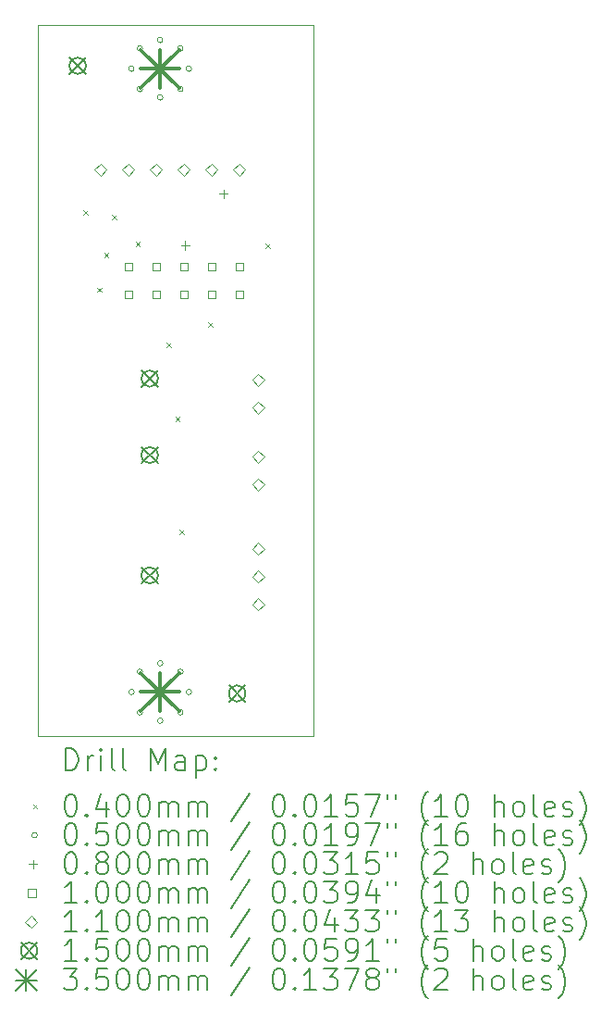
<source format=gbr>
%TF.GenerationSoftware,KiCad,Pcbnew,8.0.6*%
%TF.CreationDate,2025-12-26T07:27:58-05:00*%
%TF.ProjectId,heaterboard_1,68656174-6572-4626-9f61-72645f312e6b,3.0*%
%TF.SameCoordinates,Original*%
%TF.FileFunction,Drillmap*%
%TF.FilePolarity,Positive*%
%FSLAX45Y45*%
G04 Gerber Fmt 4.5, Leading zero omitted, Abs format (unit mm)*
G04 Created by KiCad (PCBNEW 8.0.6) date 2025-12-26 07:27:58*
%MOMM*%
%LPD*%
G01*
G04 APERTURE LIST*
%ADD10C,0.100000*%
%ADD11C,0.200000*%
%ADD12C,0.110000*%
%ADD13C,0.150000*%
%ADD14C,0.350000*%
G04 APERTURE END LIST*
D10*
X13280000Y-15000000D02*
X15800000Y-15000000D01*
X15800000Y-8500000D02*
X13280000Y-8500000D01*
X13280000Y-8500000D02*
X13280000Y-15000000D01*
X15800000Y-15000000D02*
X15800000Y-8500000D01*
D11*
D10*
X13696000Y-10195880D02*
X13736000Y-10235880D01*
X13736000Y-10195880D02*
X13696000Y-10235880D01*
X13823000Y-10902000D02*
X13863000Y-10942000D01*
X13863000Y-10902000D02*
X13823000Y-10942000D01*
X13886500Y-10584500D02*
X13926500Y-10624500D01*
X13926500Y-10584500D02*
X13886500Y-10624500D01*
X13960000Y-10237971D02*
X14000000Y-10277971D01*
X14000000Y-10237971D02*
X13960000Y-10277971D01*
X14175112Y-10480552D02*
X14215112Y-10520552D01*
X14215112Y-10480552D02*
X14175112Y-10520552D01*
X14456051Y-11402971D02*
X14496051Y-11442971D01*
X14496051Y-11402971D02*
X14456051Y-11442971D01*
X14539000Y-12084471D02*
X14579000Y-12124471D01*
X14579000Y-12084471D02*
X14539000Y-12124471D01*
X14580625Y-13117346D02*
X14620625Y-13157346D01*
X14620625Y-13117346D02*
X14580625Y-13157346D01*
X14839000Y-11219500D02*
X14879000Y-11259500D01*
X14879000Y-11219500D02*
X14839000Y-11259500D01*
X15364500Y-10496971D02*
X15404500Y-10536971D01*
X15404500Y-10496971D02*
X15364500Y-10536971D01*
X14162500Y-8900000D02*
G75*
G02*
X14112500Y-8900000I-25000J0D01*
G01*
X14112500Y-8900000D02*
G75*
G02*
X14162500Y-8900000I25000J0D01*
G01*
X14162500Y-14600000D02*
G75*
G02*
X14112500Y-14600000I-25000J0D01*
G01*
X14112500Y-14600000D02*
G75*
G02*
X14162500Y-14600000I25000J0D01*
G01*
X14239384Y-8714385D02*
G75*
G02*
X14189384Y-8714385I-25000J0D01*
G01*
X14189384Y-8714385D02*
G75*
G02*
X14239384Y-8714385I25000J0D01*
G01*
X14239384Y-9085616D02*
G75*
G02*
X14189384Y-9085616I-25000J0D01*
G01*
X14189384Y-9085616D02*
G75*
G02*
X14239384Y-9085616I25000J0D01*
G01*
X14239384Y-14414384D02*
G75*
G02*
X14189384Y-14414384I-25000J0D01*
G01*
X14189384Y-14414384D02*
G75*
G02*
X14239384Y-14414384I25000J0D01*
G01*
X14239384Y-14785615D02*
G75*
G02*
X14189384Y-14785615I-25000J0D01*
G01*
X14189384Y-14785615D02*
G75*
G02*
X14239384Y-14785615I25000J0D01*
G01*
X14425000Y-8637500D02*
G75*
G02*
X14375000Y-8637500I-25000J0D01*
G01*
X14375000Y-8637500D02*
G75*
G02*
X14425000Y-8637500I25000J0D01*
G01*
X14425000Y-9162500D02*
G75*
G02*
X14375000Y-9162500I-25000J0D01*
G01*
X14375000Y-9162500D02*
G75*
G02*
X14425000Y-9162500I25000J0D01*
G01*
X14425000Y-14337500D02*
G75*
G02*
X14375000Y-14337500I-25000J0D01*
G01*
X14375000Y-14337500D02*
G75*
G02*
X14425000Y-14337500I25000J0D01*
G01*
X14425000Y-14862500D02*
G75*
G02*
X14375000Y-14862500I-25000J0D01*
G01*
X14375000Y-14862500D02*
G75*
G02*
X14425000Y-14862500I25000J0D01*
G01*
X14610615Y-8714385D02*
G75*
G02*
X14560615Y-8714385I-25000J0D01*
G01*
X14560615Y-8714385D02*
G75*
G02*
X14610615Y-8714385I25000J0D01*
G01*
X14610615Y-9085616D02*
G75*
G02*
X14560615Y-9085616I-25000J0D01*
G01*
X14560615Y-9085616D02*
G75*
G02*
X14610615Y-9085616I25000J0D01*
G01*
X14610615Y-14414384D02*
G75*
G02*
X14560615Y-14414384I-25000J0D01*
G01*
X14560615Y-14414384D02*
G75*
G02*
X14610615Y-14414384I25000J0D01*
G01*
X14610615Y-14785615D02*
G75*
G02*
X14560615Y-14785615I-25000J0D01*
G01*
X14560615Y-14785615D02*
G75*
G02*
X14610615Y-14785615I25000J0D01*
G01*
X14687500Y-8900000D02*
G75*
G02*
X14637500Y-8900000I-25000J0D01*
G01*
X14637500Y-8900000D02*
G75*
G02*
X14687500Y-8900000I25000J0D01*
G01*
X14687500Y-14600000D02*
G75*
G02*
X14637500Y-14600000I-25000J0D01*
G01*
X14637500Y-14600000D02*
G75*
G02*
X14687500Y-14600000I25000J0D01*
G01*
X14630400Y-10475600D02*
X14630400Y-10555600D01*
X14590400Y-10515600D02*
X14670400Y-10515600D01*
X14980005Y-10005000D02*
X14980005Y-10085000D01*
X14940005Y-10045000D02*
X15020005Y-10045000D01*
X14144356Y-10747856D02*
X14144356Y-10677144D01*
X14073644Y-10677144D01*
X14073644Y-10747856D01*
X14144356Y-10747856D01*
X14144356Y-11001856D02*
X14144356Y-10931144D01*
X14073644Y-10931144D01*
X14073644Y-11001856D01*
X14144356Y-11001856D01*
X14398356Y-10747856D02*
X14398356Y-10677144D01*
X14327644Y-10677144D01*
X14327644Y-10747856D01*
X14398356Y-10747856D01*
X14398356Y-11001856D02*
X14398356Y-10931144D01*
X14327644Y-10931144D01*
X14327644Y-11001856D01*
X14398356Y-11001856D01*
X14652356Y-10747856D02*
X14652356Y-10677144D01*
X14581644Y-10677144D01*
X14581644Y-10747856D01*
X14652356Y-10747856D01*
X14652356Y-11001856D02*
X14652356Y-10931144D01*
X14581644Y-10931144D01*
X14581644Y-11001856D01*
X14652356Y-11001856D01*
X14906356Y-10747856D02*
X14906356Y-10677144D01*
X14835644Y-10677144D01*
X14835644Y-10747856D01*
X14906356Y-10747856D01*
X14906356Y-11001856D02*
X14906356Y-10931144D01*
X14835644Y-10931144D01*
X14835644Y-11001856D01*
X14906356Y-11001856D01*
X15160356Y-10747856D02*
X15160356Y-10677144D01*
X15089644Y-10677144D01*
X15089644Y-10747856D01*
X15160356Y-10747856D01*
X15160356Y-11001856D02*
X15160356Y-10931144D01*
X15089644Y-10931144D01*
X15089644Y-11001856D01*
X15160356Y-11001856D01*
D12*
X13855000Y-9880000D02*
X13910000Y-9825000D01*
X13855000Y-9770000D01*
X13800000Y-9825000D01*
X13855000Y-9880000D01*
X14109000Y-9880000D02*
X14164000Y-9825000D01*
X14109000Y-9770000D01*
X14054000Y-9825000D01*
X14109000Y-9880000D01*
X14363000Y-9880000D02*
X14418000Y-9825000D01*
X14363000Y-9770000D01*
X14308000Y-9825000D01*
X14363000Y-9880000D01*
X14617000Y-9880000D02*
X14672000Y-9825000D01*
X14617000Y-9770000D01*
X14562000Y-9825000D01*
X14617000Y-9880000D01*
X14871000Y-9880000D02*
X14926000Y-9825000D01*
X14871000Y-9770000D01*
X14816000Y-9825000D01*
X14871000Y-9880000D01*
X15125000Y-9880000D02*
X15180000Y-9825000D01*
X15125000Y-9770000D01*
X15070000Y-9825000D01*
X15125000Y-9880000D01*
X15300000Y-11801000D02*
X15355000Y-11746000D01*
X15300000Y-11691000D01*
X15245000Y-11746000D01*
X15300000Y-11801000D01*
X15300000Y-12055000D02*
X15355000Y-12000000D01*
X15300000Y-11945000D01*
X15245000Y-12000000D01*
X15300000Y-12055000D01*
X15300000Y-12501000D02*
X15355000Y-12446000D01*
X15300000Y-12391000D01*
X15245000Y-12446000D01*
X15300000Y-12501000D01*
X15300000Y-12755000D02*
X15355000Y-12700000D01*
X15300000Y-12645000D01*
X15245000Y-12700000D01*
X15300000Y-12755000D01*
X15300000Y-13347000D02*
X15355000Y-13292000D01*
X15300000Y-13237000D01*
X15245000Y-13292000D01*
X15300000Y-13347000D01*
X15300000Y-13601000D02*
X15355000Y-13546000D01*
X15300000Y-13491000D01*
X15245000Y-13546000D01*
X15300000Y-13601000D01*
X15300000Y-13855000D02*
X15355000Y-13800000D01*
X15300000Y-13745000D01*
X15245000Y-13800000D01*
X15300000Y-13855000D01*
D13*
X13570000Y-8797971D02*
X13720000Y-8947971D01*
X13720000Y-8797971D02*
X13570000Y-8947971D01*
X13720000Y-8872971D02*
G75*
G02*
X13570000Y-8872971I-75000J0D01*
G01*
X13570000Y-8872971D02*
G75*
G02*
X13720000Y-8872971I75000J0D01*
G01*
X14230000Y-11657971D02*
X14380000Y-11807971D01*
X14380000Y-11657971D02*
X14230000Y-11807971D01*
X14380000Y-11732971D02*
G75*
G02*
X14230000Y-11732971I-75000J0D01*
G01*
X14230000Y-11732971D02*
G75*
G02*
X14380000Y-11732971I75000J0D01*
G01*
X14230000Y-12357971D02*
X14380000Y-12507971D01*
X14380000Y-12357971D02*
X14230000Y-12507971D01*
X14380000Y-12432971D02*
G75*
G02*
X14230000Y-12432971I-75000J0D01*
G01*
X14230000Y-12432971D02*
G75*
G02*
X14380000Y-12432971I75000J0D01*
G01*
X14230000Y-13457971D02*
X14380000Y-13607971D01*
X14380000Y-13457971D02*
X14230000Y-13607971D01*
X14380000Y-13532971D02*
G75*
G02*
X14230000Y-13532971I-75000J0D01*
G01*
X14230000Y-13532971D02*
G75*
G02*
X14380000Y-13532971I75000J0D01*
G01*
X15030000Y-14537971D02*
X15180000Y-14687971D01*
X15180000Y-14537971D02*
X15030000Y-14687971D01*
X15180000Y-14612971D02*
G75*
G02*
X15030000Y-14612971I-75000J0D01*
G01*
X15030000Y-14612971D02*
G75*
G02*
X15180000Y-14612971I75000J0D01*
G01*
D14*
X14225000Y-8725000D02*
X14575000Y-9075000D01*
X14575000Y-8725000D02*
X14225000Y-9075000D01*
X14400000Y-8725000D02*
X14400000Y-9075000D01*
X14225000Y-8900000D02*
X14575000Y-8900000D01*
X14225000Y-14425000D02*
X14575000Y-14775000D01*
X14575000Y-14425000D02*
X14225000Y-14775000D01*
X14400000Y-14425000D02*
X14400000Y-14775000D01*
X14225000Y-14600000D02*
X14575000Y-14600000D01*
D11*
X13535777Y-15316484D02*
X13535777Y-15116484D01*
X13535777Y-15116484D02*
X13583396Y-15116484D01*
X13583396Y-15116484D02*
X13611967Y-15126008D01*
X13611967Y-15126008D02*
X13631015Y-15145055D01*
X13631015Y-15145055D02*
X13640539Y-15164103D01*
X13640539Y-15164103D02*
X13650062Y-15202198D01*
X13650062Y-15202198D02*
X13650062Y-15230769D01*
X13650062Y-15230769D02*
X13640539Y-15268865D01*
X13640539Y-15268865D02*
X13631015Y-15287912D01*
X13631015Y-15287912D02*
X13611967Y-15306960D01*
X13611967Y-15306960D02*
X13583396Y-15316484D01*
X13583396Y-15316484D02*
X13535777Y-15316484D01*
X13735777Y-15316484D02*
X13735777Y-15183150D01*
X13735777Y-15221246D02*
X13745301Y-15202198D01*
X13745301Y-15202198D02*
X13754824Y-15192674D01*
X13754824Y-15192674D02*
X13773872Y-15183150D01*
X13773872Y-15183150D02*
X13792920Y-15183150D01*
X13859586Y-15316484D02*
X13859586Y-15183150D01*
X13859586Y-15116484D02*
X13850062Y-15126008D01*
X13850062Y-15126008D02*
X13859586Y-15135531D01*
X13859586Y-15135531D02*
X13869110Y-15126008D01*
X13869110Y-15126008D02*
X13859586Y-15116484D01*
X13859586Y-15116484D02*
X13859586Y-15135531D01*
X13983396Y-15316484D02*
X13964348Y-15306960D01*
X13964348Y-15306960D02*
X13954824Y-15287912D01*
X13954824Y-15287912D02*
X13954824Y-15116484D01*
X14088158Y-15316484D02*
X14069110Y-15306960D01*
X14069110Y-15306960D02*
X14059586Y-15287912D01*
X14059586Y-15287912D02*
X14059586Y-15116484D01*
X14316729Y-15316484D02*
X14316729Y-15116484D01*
X14316729Y-15116484D02*
X14383396Y-15259341D01*
X14383396Y-15259341D02*
X14450062Y-15116484D01*
X14450062Y-15116484D02*
X14450062Y-15316484D01*
X14631015Y-15316484D02*
X14631015Y-15211722D01*
X14631015Y-15211722D02*
X14621491Y-15192674D01*
X14621491Y-15192674D02*
X14602443Y-15183150D01*
X14602443Y-15183150D02*
X14564348Y-15183150D01*
X14564348Y-15183150D02*
X14545301Y-15192674D01*
X14631015Y-15306960D02*
X14611967Y-15316484D01*
X14611967Y-15316484D02*
X14564348Y-15316484D01*
X14564348Y-15316484D02*
X14545301Y-15306960D01*
X14545301Y-15306960D02*
X14535777Y-15287912D01*
X14535777Y-15287912D02*
X14535777Y-15268865D01*
X14535777Y-15268865D02*
X14545301Y-15249817D01*
X14545301Y-15249817D02*
X14564348Y-15240293D01*
X14564348Y-15240293D02*
X14611967Y-15240293D01*
X14611967Y-15240293D02*
X14631015Y-15230769D01*
X14726253Y-15183150D02*
X14726253Y-15383150D01*
X14726253Y-15192674D02*
X14745301Y-15183150D01*
X14745301Y-15183150D02*
X14783396Y-15183150D01*
X14783396Y-15183150D02*
X14802443Y-15192674D01*
X14802443Y-15192674D02*
X14811967Y-15202198D01*
X14811967Y-15202198D02*
X14821491Y-15221246D01*
X14821491Y-15221246D02*
X14821491Y-15278388D01*
X14821491Y-15278388D02*
X14811967Y-15297436D01*
X14811967Y-15297436D02*
X14802443Y-15306960D01*
X14802443Y-15306960D02*
X14783396Y-15316484D01*
X14783396Y-15316484D02*
X14745301Y-15316484D01*
X14745301Y-15316484D02*
X14726253Y-15306960D01*
X14907205Y-15297436D02*
X14916729Y-15306960D01*
X14916729Y-15306960D02*
X14907205Y-15316484D01*
X14907205Y-15316484D02*
X14897682Y-15306960D01*
X14897682Y-15306960D02*
X14907205Y-15297436D01*
X14907205Y-15297436D02*
X14907205Y-15316484D01*
X14907205Y-15192674D02*
X14916729Y-15202198D01*
X14916729Y-15202198D02*
X14907205Y-15211722D01*
X14907205Y-15211722D02*
X14897682Y-15202198D01*
X14897682Y-15202198D02*
X14907205Y-15192674D01*
X14907205Y-15192674D02*
X14907205Y-15211722D01*
D10*
X13235000Y-15625000D02*
X13275000Y-15665000D01*
X13275000Y-15625000D02*
X13235000Y-15665000D01*
D11*
X13573872Y-15536484D02*
X13592920Y-15536484D01*
X13592920Y-15536484D02*
X13611967Y-15546008D01*
X13611967Y-15546008D02*
X13621491Y-15555531D01*
X13621491Y-15555531D02*
X13631015Y-15574579D01*
X13631015Y-15574579D02*
X13640539Y-15612674D01*
X13640539Y-15612674D02*
X13640539Y-15660293D01*
X13640539Y-15660293D02*
X13631015Y-15698388D01*
X13631015Y-15698388D02*
X13621491Y-15717436D01*
X13621491Y-15717436D02*
X13611967Y-15726960D01*
X13611967Y-15726960D02*
X13592920Y-15736484D01*
X13592920Y-15736484D02*
X13573872Y-15736484D01*
X13573872Y-15736484D02*
X13554824Y-15726960D01*
X13554824Y-15726960D02*
X13545301Y-15717436D01*
X13545301Y-15717436D02*
X13535777Y-15698388D01*
X13535777Y-15698388D02*
X13526253Y-15660293D01*
X13526253Y-15660293D02*
X13526253Y-15612674D01*
X13526253Y-15612674D02*
X13535777Y-15574579D01*
X13535777Y-15574579D02*
X13545301Y-15555531D01*
X13545301Y-15555531D02*
X13554824Y-15546008D01*
X13554824Y-15546008D02*
X13573872Y-15536484D01*
X13726253Y-15717436D02*
X13735777Y-15726960D01*
X13735777Y-15726960D02*
X13726253Y-15736484D01*
X13726253Y-15736484D02*
X13716729Y-15726960D01*
X13716729Y-15726960D02*
X13726253Y-15717436D01*
X13726253Y-15717436D02*
X13726253Y-15736484D01*
X13907205Y-15603150D02*
X13907205Y-15736484D01*
X13859586Y-15526960D02*
X13811967Y-15669817D01*
X13811967Y-15669817D02*
X13935777Y-15669817D01*
X14050062Y-15536484D02*
X14069110Y-15536484D01*
X14069110Y-15536484D02*
X14088158Y-15546008D01*
X14088158Y-15546008D02*
X14097682Y-15555531D01*
X14097682Y-15555531D02*
X14107205Y-15574579D01*
X14107205Y-15574579D02*
X14116729Y-15612674D01*
X14116729Y-15612674D02*
X14116729Y-15660293D01*
X14116729Y-15660293D02*
X14107205Y-15698388D01*
X14107205Y-15698388D02*
X14097682Y-15717436D01*
X14097682Y-15717436D02*
X14088158Y-15726960D01*
X14088158Y-15726960D02*
X14069110Y-15736484D01*
X14069110Y-15736484D02*
X14050062Y-15736484D01*
X14050062Y-15736484D02*
X14031015Y-15726960D01*
X14031015Y-15726960D02*
X14021491Y-15717436D01*
X14021491Y-15717436D02*
X14011967Y-15698388D01*
X14011967Y-15698388D02*
X14002443Y-15660293D01*
X14002443Y-15660293D02*
X14002443Y-15612674D01*
X14002443Y-15612674D02*
X14011967Y-15574579D01*
X14011967Y-15574579D02*
X14021491Y-15555531D01*
X14021491Y-15555531D02*
X14031015Y-15546008D01*
X14031015Y-15546008D02*
X14050062Y-15536484D01*
X14240539Y-15536484D02*
X14259586Y-15536484D01*
X14259586Y-15536484D02*
X14278634Y-15546008D01*
X14278634Y-15546008D02*
X14288158Y-15555531D01*
X14288158Y-15555531D02*
X14297682Y-15574579D01*
X14297682Y-15574579D02*
X14307205Y-15612674D01*
X14307205Y-15612674D02*
X14307205Y-15660293D01*
X14307205Y-15660293D02*
X14297682Y-15698388D01*
X14297682Y-15698388D02*
X14288158Y-15717436D01*
X14288158Y-15717436D02*
X14278634Y-15726960D01*
X14278634Y-15726960D02*
X14259586Y-15736484D01*
X14259586Y-15736484D02*
X14240539Y-15736484D01*
X14240539Y-15736484D02*
X14221491Y-15726960D01*
X14221491Y-15726960D02*
X14211967Y-15717436D01*
X14211967Y-15717436D02*
X14202443Y-15698388D01*
X14202443Y-15698388D02*
X14192920Y-15660293D01*
X14192920Y-15660293D02*
X14192920Y-15612674D01*
X14192920Y-15612674D02*
X14202443Y-15574579D01*
X14202443Y-15574579D02*
X14211967Y-15555531D01*
X14211967Y-15555531D02*
X14221491Y-15546008D01*
X14221491Y-15546008D02*
X14240539Y-15536484D01*
X14392920Y-15736484D02*
X14392920Y-15603150D01*
X14392920Y-15622198D02*
X14402443Y-15612674D01*
X14402443Y-15612674D02*
X14421491Y-15603150D01*
X14421491Y-15603150D02*
X14450063Y-15603150D01*
X14450063Y-15603150D02*
X14469110Y-15612674D01*
X14469110Y-15612674D02*
X14478634Y-15631722D01*
X14478634Y-15631722D02*
X14478634Y-15736484D01*
X14478634Y-15631722D02*
X14488158Y-15612674D01*
X14488158Y-15612674D02*
X14507205Y-15603150D01*
X14507205Y-15603150D02*
X14535777Y-15603150D01*
X14535777Y-15603150D02*
X14554824Y-15612674D01*
X14554824Y-15612674D02*
X14564348Y-15631722D01*
X14564348Y-15631722D02*
X14564348Y-15736484D01*
X14659586Y-15736484D02*
X14659586Y-15603150D01*
X14659586Y-15622198D02*
X14669110Y-15612674D01*
X14669110Y-15612674D02*
X14688158Y-15603150D01*
X14688158Y-15603150D02*
X14716729Y-15603150D01*
X14716729Y-15603150D02*
X14735777Y-15612674D01*
X14735777Y-15612674D02*
X14745301Y-15631722D01*
X14745301Y-15631722D02*
X14745301Y-15736484D01*
X14745301Y-15631722D02*
X14754824Y-15612674D01*
X14754824Y-15612674D02*
X14773872Y-15603150D01*
X14773872Y-15603150D02*
X14802443Y-15603150D01*
X14802443Y-15603150D02*
X14821491Y-15612674D01*
X14821491Y-15612674D02*
X14831015Y-15631722D01*
X14831015Y-15631722D02*
X14831015Y-15736484D01*
X15221491Y-15526960D02*
X15050063Y-15784103D01*
X15478634Y-15536484D02*
X15497682Y-15536484D01*
X15497682Y-15536484D02*
X15516729Y-15546008D01*
X15516729Y-15546008D02*
X15526253Y-15555531D01*
X15526253Y-15555531D02*
X15535777Y-15574579D01*
X15535777Y-15574579D02*
X15545301Y-15612674D01*
X15545301Y-15612674D02*
X15545301Y-15660293D01*
X15545301Y-15660293D02*
X15535777Y-15698388D01*
X15535777Y-15698388D02*
X15526253Y-15717436D01*
X15526253Y-15717436D02*
X15516729Y-15726960D01*
X15516729Y-15726960D02*
X15497682Y-15736484D01*
X15497682Y-15736484D02*
X15478634Y-15736484D01*
X15478634Y-15736484D02*
X15459586Y-15726960D01*
X15459586Y-15726960D02*
X15450063Y-15717436D01*
X15450063Y-15717436D02*
X15440539Y-15698388D01*
X15440539Y-15698388D02*
X15431015Y-15660293D01*
X15431015Y-15660293D02*
X15431015Y-15612674D01*
X15431015Y-15612674D02*
X15440539Y-15574579D01*
X15440539Y-15574579D02*
X15450063Y-15555531D01*
X15450063Y-15555531D02*
X15459586Y-15546008D01*
X15459586Y-15546008D02*
X15478634Y-15536484D01*
X15631015Y-15717436D02*
X15640539Y-15726960D01*
X15640539Y-15726960D02*
X15631015Y-15736484D01*
X15631015Y-15736484D02*
X15621491Y-15726960D01*
X15621491Y-15726960D02*
X15631015Y-15717436D01*
X15631015Y-15717436D02*
X15631015Y-15736484D01*
X15764348Y-15536484D02*
X15783396Y-15536484D01*
X15783396Y-15536484D02*
X15802444Y-15546008D01*
X15802444Y-15546008D02*
X15811967Y-15555531D01*
X15811967Y-15555531D02*
X15821491Y-15574579D01*
X15821491Y-15574579D02*
X15831015Y-15612674D01*
X15831015Y-15612674D02*
X15831015Y-15660293D01*
X15831015Y-15660293D02*
X15821491Y-15698388D01*
X15821491Y-15698388D02*
X15811967Y-15717436D01*
X15811967Y-15717436D02*
X15802444Y-15726960D01*
X15802444Y-15726960D02*
X15783396Y-15736484D01*
X15783396Y-15736484D02*
X15764348Y-15736484D01*
X15764348Y-15736484D02*
X15745301Y-15726960D01*
X15745301Y-15726960D02*
X15735777Y-15717436D01*
X15735777Y-15717436D02*
X15726253Y-15698388D01*
X15726253Y-15698388D02*
X15716729Y-15660293D01*
X15716729Y-15660293D02*
X15716729Y-15612674D01*
X15716729Y-15612674D02*
X15726253Y-15574579D01*
X15726253Y-15574579D02*
X15735777Y-15555531D01*
X15735777Y-15555531D02*
X15745301Y-15546008D01*
X15745301Y-15546008D02*
X15764348Y-15536484D01*
X16021491Y-15736484D02*
X15907206Y-15736484D01*
X15964348Y-15736484D02*
X15964348Y-15536484D01*
X15964348Y-15536484D02*
X15945301Y-15565055D01*
X15945301Y-15565055D02*
X15926253Y-15584103D01*
X15926253Y-15584103D02*
X15907206Y-15593627D01*
X16202444Y-15536484D02*
X16107206Y-15536484D01*
X16107206Y-15536484D02*
X16097682Y-15631722D01*
X16097682Y-15631722D02*
X16107206Y-15622198D01*
X16107206Y-15622198D02*
X16126253Y-15612674D01*
X16126253Y-15612674D02*
X16173872Y-15612674D01*
X16173872Y-15612674D02*
X16192920Y-15622198D01*
X16192920Y-15622198D02*
X16202444Y-15631722D01*
X16202444Y-15631722D02*
X16211967Y-15650769D01*
X16211967Y-15650769D02*
X16211967Y-15698388D01*
X16211967Y-15698388D02*
X16202444Y-15717436D01*
X16202444Y-15717436D02*
X16192920Y-15726960D01*
X16192920Y-15726960D02*
X16173872Y-15736484D01*
X16173872Y-15736484D02*
X16126253Y-15736484D01*
X16126253Y-15736484D02*
X16107206Y-15726960D01*
X16107206Y-15726960D02*
X16097682Y-15717436D01*
X16278634Y-15536484D02*
X16411967Y-15536484D01*
X16411967Y-15536484D02*
X16326253Y-15736484D01*
X16478634Y-15536484D02*
X16478634Y-15574579D01*
X16554825Y-15536484D02*
X16554825Y-15574579D01*
X16850063Y-15812674D02*
X16840539Y-15803150D01*
X16840539Y-15803150D02*
X16821491Y-15774579D01*
X16821491Y-15774579D02*
X16811968Y-15755531D01*
X16811968Y-15755531D02*
X16802444Y-15726960D01*
X16802444Y-15726960D02*
X16792920Y-15679341D01*
X16792920Y-15679341D02*
X16792920Y-15641246D01*
X16792920Y-15641246D02*
X16802444Y-15593627D01*
X16802444Y-15593627D02*
X16811968Y-15565055D01*
X16811968Y-15565055D02*
X16821491Y-15546008D01*
X16821491Y-15546008D02*
X16840539Y-15517436D01*
X16840539Y-15517436D02*
X16850063Y-15507912D01*
X17031015Y-15736484D02*
X16916730Y-15736484D01*
X16973872Y-15736484D02*
X16973872Y-15536484D01*
X16973872Y-15536484D02*
X16954825Y-15565055D01*
X16954825Y-15565055D02*
X16935777Y-15584103D01*
X16935777Y-15584103D02*
X16916730Y-15593627D01*
X17154825Y-15536484D02*
X17173872Y-15536484D01*
X17173872Y-15536484D02*
X17192920Y-15546008D01*
X17192920Y-15546008D02*
X17202444Y-15555531D01*
X17202444Y-15555531D02*
X17211968Y-15574579D01*
X17211968Y-15574579D02*
X17221491Y-15612674D01*
X17221491Y-15612674D02*
X17221491Y-15660293D01*
X17221491Y-15660293D02*
X17211968Y-15698388D01*
X17211968Y-15698388D02*
X17202444Y-15717436D01*
X17202444Y-15717436D02*
X17192920Y-15726960D01*
X17192920Y-15726960D02*
X17173872Y-15736484D01*
X17173872Y-15736484D02*
X17154825Y-15736484D01*
X17154825Y-15736484D02*
X17135777Y-15726960D01*
X17135777Y-15726960D02*
X17126253Y-15717436D01*
X17126253Y-15717436D02*
X17116730Y-15698388D01*
X17116730Y-15698388D02*
X17107206Y-15660293D01*
X17107206Y-15660293D02*
X17107206Y-15612674D01*
X17107206Y-15612674D02*
X17116730Y-15574579D01*
X17116730Y-15574579D02*
X17126253Y-15555531D01*
X17126253Y-15555531D02*
X17135777Y-15546008D01*
X17135777Y-15546008D02*
X17154825Y-15536484D01*
X17459587Y-15736484D02*
X17459587Y-15536484D01*
X17545301Y-15736484D02*
X17545301Y-15631722D01*
X17545301Y-15631722D02*
X17535777Y-15612674D01*
X17535777Y-15612674D02*
X17516730Y-15603150D01*
X17516730Y-15603150D02*
X17488158Y-15603150D01*
X17488158Y-15603150D02*
X17469111Y-15612674D01*
X17469111Y-15612674D02*
X17459587Y-15622198D01*
X17669111Y-15736484D02*
X17650063Y-15726960D01*
X17650063Y-15726960D02*
X17640539Y-15717436D01*
X17640539Y-15717436D02*
X17631015Y-15698388D01*
X17631015Y-15698388D02*
X17631015Y-15641246D01*
X17631015Y-15641246D02*
X17640539Y-15622198D01*
X17640539Y-15622198D02*
X17650063Y-15612674D01*
X17650063Y-15612674D02*
X17669111Y-15603150D01*
X17669111Y-15603150D02*
X17697682Y-15603150D01*
X17697682Y-15603150D02*
X17716730Y-15612674D01*
X17716730Y-15612674D02*
X17726253Y-15622198D01*
X17726253Y-15622198D02*
X17735777Y-15641246D01*
X17735777Y-15641246D02*
X17735777Y-15698388D01*
X17735777Y-15698388D02*
X17726253Y-15717436D01*
X17726253Y-15717436D02*
X17716730Y-15726960D01*
X17716730Y-15726960D02*
X17697682Y-15736484D01*
X17697682Y-15736484D02*
X17669111Y-15736484D01*
X17850063Y-15736484D02*
X17831015Y-15726960D01*
X17831015Y-15726960D02*
X17821492Y-15707912D01*
X17821492Y-15707912D02*
X17821492Y-15536484D01*
X18002444Y-15726960D02*
X17983396Y-15736484D01*
X17983396Y-15736484D02*
X17945301Y-15736484D01*
X17945301Y-15736484D02*
X17926253Y-15726960D01*
X17926253Y-15726960D02*
X17916730Y-15707912D01*
X17916730Y-15707912D02*
X17916730Y-15631722D01*
X17916730Y-15631722D02*
X17926253Y-15612674D01*
X17926253Y-15612674D02*
X17945301Y-15603150D01*
X17945301Y-15603150D02*
X17983396Y-15603150D01*
X17983396Y-15603150D02*
X18002444Y-15612674D01*
X18002444Y-15612674D02*
X18011968Y-15631722D01*
X18011968Y-15631722D02*
X18011968Y-15650769D01*
X18011968Y-15650769D02*
X17916730Y-15669817D01*
X18088158Y-15726960D02*
X18107206Y-15736484D01*
X18107206Y-15736484D02*
X18145301Y-15736484D01*
X18145301Y-15736484D02*
X18164349Y-15726960D01*
X18164349Y-15726960D02*
X18173873Y-15707912D01*
X18173873Y-15707912D02*
X18173873Y-15698388D01*
X18173873Y-15698388D02*
X18164349Y-15679341D01*
X18164349Y-15679341D02*
X18145301Y-15669817D01*
X18145301Y-15669817D02*
X18116730Y-15669817D01*
X18116730Y-15669817D02*
X18097682Y-15660293D01*
X18097682Y-15660293D02*
X18088158Y-15641246D01*
X18088158Y-15641246D02*
X18088158Y-15631722D01*
X18088158Y-15631722D02*
X18097682Y-15612674D01*
X18097682Y-15612674D02*
X18116730Y-15603150D01*
X18116730Y-15603150D02*
X18145301Y-15603150D01*
X18145301Y-15603150D02*
X18164349Y-15612674D01*
X18240539Y-15812674D02*
X18250063Y-15803150D01*
X18250063Y-15803150D02*
X18269111Y-15774579D01*
X18269111Y-15774579D02*
X18278634Y-15755531D01*
X18278634Y-15755531D02*
X18288158Y-15726960D01*
X18288158Y-15726960D02*
X18297682Y-15679341D01*
X18297682Y-15679341D02*
X18297682Y-15641246D01*
X18297682Y-15641246D02*
X18288158Y-15593627D01*
X18288158Y-15593627D02*
X18278634Y-15565055D01*
X18278634Y-15565055D02*
X18269111Y-15546008D01*
X18269111Y-15546008D02*
X18250063Y-15517436D01*
X18250063Y-15517436D02*
X18240539Y-15507912D01*
D10*
X13275000Y-15909000D02*
G75*
G02*
X13225000Y-15909000I-25000J0D01*
G01*
X13225000Y-15909000D02*
G75*
G02*
X13275000Y-15909000I25000J0D01*
G01*
D11*
X13573872Y-15800484D02*
X13592920Y-15800484D01*
X13592920Y-15800484D02*
X13611967Y-15810008D01*
X13611967Y-15810008D02*
X13621491Y-15819531D01*
X13621491Y-15819531D02*
X13631015Y-15838579D01*
X13631015Y-15838579D02*
X13640539Y-15876674D01*
X13640539Y-15876674D02*
X13640539Y-15924293D01*
X13640539Y-15924293D02*
X13631015Y-15962388D01*
X13631015Y-15962388D02*
X13621491Y-15981436D01*
X13621491Y-15981436D02*
X13611967Y-15990960D01*
X13611967Y-15990960D02*
X13592920Y-16000484D01*
X13592920Y-16000484D02*
X13573872Y-16000484D01*
X13573872Y-16000484D02*
X13554824Y-15990960D01*
X13554824Y-15990960D02*
X13545301Y-15981436D01*
X13545301Y-15981436D02*
X13535777Y-15962388D01*
X13535777Y-15962388D02*
X13526253Y-15924293D01*
X13526253Y-15924293D02*
X13526253Y-15876674D01*
X13526253Y-15876674D02*
X13535777Y-15838579D01*
X13535777Y-15838579D02*
X13545301Y-15819531D01*
X13545301Y-15819531D02*
X13554824Y-15810008D01*
X13554824Y-15810008D02*
X13573872Y-15800484D01*
X13726253Y-15981436D02*
X13735777Y-15990960D01*
X13735777Y-15990960D02*
X13726253Y-16000484D01*
X13726253Y-16000484D02*
X13716729Y-15990960D01*
X13716729Y-15990960D02*
X13726253Y-15981436D01*
X13726253Y-15981436D02*
X13726253Y-16000484D01*
X13916729Y-15800484D02*
X13821491Y-15800484D01*
X13821491Y-15800484D02*
X13811967Y-15895722D01*
X13811967Y-15895722D02*
X13821491Y-15886198D01*
X13821491Y-15886198D02*
X13840539Y-15876674D01*
X13840539Y-15876674D02*
X13888158Y-15876674D01*
X13888158Y-15876674D02*
X13907205Y-15886198D01*
X13907205Y-15886198D02*
X13916729Y-15895722D01*
X13916729Y-15895722D02*
X13926253Y-15914769D01*
X13926253Y-15914769D02*
X13926253Y-15962388D01*
X13926253Y-15962388D02*
X13916729Y-15981436D01*
X13916729Y-15981436D02*
X13907205Y-15990960D01*
X13907205Y-15990960D02*
X13888158Y-16000484D01*
X13888158Y-16000484D02*
X13840539Y-16000484D01*
X13840539Y-16000484D02*
X13821491Y-15990960D01*
X13821491Y-15990960D02*
X13811967Y-15981436D01*
X14050062Y-15800484D02*
X14069110Y-15800484D01*
X14069110Y-15800484D02*
X14088158Y-15810008D01*
X14088158Y-15810008D02*
X14097682Y-15819531D01*
X14097682Y-15819531D02*
X14107205Y-15838579D01*
X14107205Y-15838579D02*
X14116729Y-15876674D01*
X14116729Y-15876674D02*
X14116729Y-15924293D01*
X14116729Y-15924293D02*
X14107205Y-15962388D01*
X14107205Y-15962388D02*
X14097682Y-15981436D01*
X14097682Y-15981436D02*
X14088158Y-15990960D01*
X14088158Y-15990960D02*
X14069110Y-16000484D01*
X14069110Y-16000484D02*
X14050062Y-16000484D01*
X14050062Y-16000484D02*
X14031015Y-15990960D01*
X14031015Y-15990960D02*
X14021491Y-15981436D01*
X14021491Y-15981436D02*
X14011967Y-15962388D01*
X14011967Y-15962388D02*
X14002443Y-15924293D01*
X14002443Y-15924293D02*
X14002443Y-15876674D01*
X14002443Y-15876674D02*
X14011967Y-15838579D01*
X14011967Y-15838579D02*
X14021491Y-15819531D01*
X14021491Y-15819531D02*
X14031015Y-15810008D01*
X14031015Y-15810008D02*
X14050062Y-15800484D01*
X14240539Y-15800484D02*
X14259586Y-15800484D01*
X14259586Y-15800484D02*
X14278634Y-15810008D01*
X14278634Y-15810008D02*
X14288158Y-15819531D01*
X14288158Y-15819531D02*
X14297682Y-15838579D01*
X14297682Y-15838579D02*
X14307205Y-15876674D01*
X14307205Y-15876674D02*
X14307205Y-15924293D01*
X14307205Y-15924293D02*
X14297682Y-15962388D01*
X14297682Y-15962388D02*
X14288158Y-15981436D01*
X14288158Y-15981436D02*
X14278634Y-15990960D01*
X14278634Y-15990960D02*
X14259586Y-16000484D01*
X14259586Y-16000484D02*
X14240539Y-16000484D01*
X14240539Y-16000484D02*
X14221491Y-15990960D01*
X14221491Y-15990960D02*
X14211967Y-15981436D01*
X14211967Y-15981436D02*
X14202443Y-15962388D01*
X14202443Y-15962388D02*
X14192920Y-15924293D01*
X14192920Y-15924293D02*
X14192920Y-15876674D01*
X14192920Y-15876674D02*
X14202443Y-15838579D01*
X14202443Y-15838579D02*
X14211967Y-15819531D01*
X14211967Y-15819531D02*
X14221491Y-15810008D01*
X14221491Y-15810008D02*
X14240539Y-15800484D01*
X14392920Y-16000484D02*
X14392920Y-15867150D01*
X14392920Y-15886198D02*
X14402443Y-15876674D01*
X14402443Y-15876674D02*
X14421491Y-15867150D01*
X14421491Y-15867150D02*
X14450063Y-15867150D01*
X14450063Y-15867150D02*
X14469110Y-15876674D01*
X14469110Y-15876674D02*
X14478634Y-15895722D01*
X14478634Y-15895722D02*
X14478634Y-16000484D01*
X14478634Y-15895722D02*
X14488158Y-15876674D01*
X14488158Y-15876674D02*
X14507205Y-15867150D01*
X14507205Y-15867150D02*
X14535777Y-15867150D01*
X14535777Y-15867150D02*
X14554824Y-15876674D01*
X14554824Y-15876674D02*
X14564348Y-15895722D01*
X14564348Y-15895722D02*
X14564348Y-16000484D01*
X14659586Y-16000484D02*
X14659586Y-15867150D01*
X14659586Y-15886198D02*
X14669110Y-15876674D01*
X14669110Y-15876674D02*
X14688158Y-15867150D01*
X14688158Y-15867150D02*
X14716729Y-15867150D01*
X14716729Y-15867150D02*
X14735777Y-15876674D01*
X14735777Y-15876674D02*
X14745301Y-15895722D01*
X14745301Y-15895722D02*
X14745301Y-16000484D01*
X14745301Y-15895722D02*
X14754824Y-15876674D01*
X14754824Y-15876674D02*
X14773872Y-15867150D01*
X14773872Y-15867150D02*
X14802443Y-15867150D01*
X14802443Y-15867150D02*
X14821491Y-15876674D01*
X14821491Y-15876674D02*
X14831015Y-15895722D01*
X14831015Y-15895722D02*
X14831015Y-16000484D01*
X15221491Y-15790960D02*
X15050063Y-16048103D01*
X15478634Y-15800484D02*
X15497682Y-15800484D01*
X15497682Y-15800484D02*
X15516729Y-15810008D01*
X15516729Y-15810008D02*
X15526253Y-15819531D01*
X15526253Y-15819531D02*
X15535777Y-15838579D01*
X15535777Y-15838579D02*
X15545301Y-15876674D01*
X15545301Y-15876674D02*
X15545301Y-15924293D01*
X15545301Y-15924293D02*
X15535777Y-15962388D01*
X15535777Y-15962388D02*
X15526253Y-15981436D01*
X15526253Y-15981436D02*
X15516729Y-15990960D01*
X15516729Y-15990960D02*
X15497682Y-16000484D01*
X15497682Y-16000484D02*
X15478634Y-16000484D01*
X15478634Y-16000484D02*
X15459586Y-15990960D01*
X15459586Y-15990960D02*
X15450063Y-15981436D01*
X15450063Y-15981436D02*
X15440539Y-15962388D01*
X15440539Y-15962388D02*
X15431015Y-15924293D01*
X15431015Y-15924293D02*
X15431015Y-15876674D01*
X15431015Y-15876674D02*
X15440539Y-15838579D01*
X15440539Y-15838579D02*
X15450063Y-15819531D01*
X15450063Y-15819531D02*
X15459586Y-15810008D01*
X15459586Y-15810008D02*
X15478634Y-15800484D01*
X15631015Y-15981436D02*
X15640539Y-15990960D01*
X15640539Y-15990960D02*
X15631015Y-16000484D01*
X15631015Y-16000484D02*
X15621491Y-15990960D01*
X15621491Y-15990960D02*
X15631015Y-15981436D01*
X15631015Y-15981436D02*
X15631015Y-16000484D01*
X15764348Y-15800484D02*
X15783396Y-15800484D01*
X15783396Y-15800484D02*
X15802444Y-15810008D01*
X15802444Y-15810008D02*
X15811967Y-15819531D01*
X15811967Y-15819531D02*
X15821491Y-15838579D01*
X15821491Y-15838579D02*
X15831015Y-15876674D01*
X15831015Y-15876674D02*
X15831015Y-15924293D01*
X15831015Y-15924293D02*
X15821491Y-15962388D01*
X15821491Y-15962388D02*
X15811967Y-15981436D01*
X15811967Y-15981436D02*
X15802444Y-15990960D01*
X15802444Y-15990960D02*
X15783396Y-16000484D01*
X15783396Y-16000484D02*
X15764348Y-16000484D01*
X15764348Y-16000484D02*
X15745301Y-15990960D01*
X15745301Y-15990960D02*
X15735777Y-15981436D01*
X15735777Y-15981436D02*
X15726253Y-15962388D01*
X15726253Y-15962388D02*
X15716729Y-15924293D01*
X15716729Y-15924293D02*
X15716729Y-15876674D01*
X15716729Y-15876674D02*
X15726253Y-15838579D01*
X15726253Y-15838579D02*
X15735777Y-15819531D01*
X15735777Y-15819531D02*
X15745301Y-15810008D01*
X15745301Y-15810008D02*
X15764348Y-15800484D01*
X16021491Y-16000484D02*
X15907206Y-16000484D01*
X15964348Y-16000484D02*
X15964348Y-15800484D01*
X15964348Y-15800484D02*
X15945301Y-15829055D01*
X15945301Y-15829055D02*
X15926253Y-15848103D01*
X15926253Y-15848103D02*
X15907206Y-15857627D01*
X16116729Y-16000484D02*
X16154825Y-16000484D01*
X16154825Y-16000484D02*
X16173872Y-15990960D01*
X16173872Y-15990960D02*
X16183396Y-15981436D01*
X16183396Y-15981436D02*
X16202444Y-15952865D01*
X16202444Y-15952865D02*
X16211967Y-15914769D01*
X16211967Y-15914769D02*
X16211967Y-15838579D01*
X16211967Y-15838579D02*
X16202444Y-15819531D01*
X16202444Y-15819531D02*
X16192920Y-15810008D01*
X16192920Y-15810008D02*
X16173872Y-15800484D01*
X16173872Y-15800484D02*
X16135777Y-15800484D01*
X16135777Y-15800484D02*
X16116729Y-15810008D01*
X16116729Y-15810008D02*
X16107206Y-15819531D01*
X16107206Y-15819531D02*
X16097682Y-15838579D01*
X16097682Y-15838579D02*
X16097682Y-15886198D01*
X16097682Y-15886198D02*
X16107206Y-15905246D01*
X16107206Y-15905246D02*
X16116729Y-15914769D01*
X16116729Y-15914769D02*
X16135777Y-15924293D01*
X16135777Y-15924293D02*
X16173872Y-15924293D01*
X16173872Y-15924293D02*
X16192920Y-15914769D01*
X16192920Y-15914769D02*
X16202444Y-15905246D01*
X16202444Y-15905246D02*
X16211967Y-15886198D01*
X16278634Y-15800484D02*
X16411967Y-15800484D01*
X16411967Y-15800484D02*
X16326253Y-16000484D01*
X16478634Y-15800484D02*
X16478634Y-15838579D01*
X16554825Y-15800484D02*
X16554825Y-15838579D01*
X16850063Y-16076674D02*
X16840539Y-16067150D01*
X16840539Y-16067150D02*
X16821491Y-16038579D01*
X16821491Y-16038579D02*
X16811968Y-16019531D01*
X16811968Y-16019531D02*
X16802444Y-15990960D01*
X16802444Y-15990960D02*
X16792920Y-15943341D01*
X16792920Y-15943341D02*
X16792920Y-15905246D01*
X16792920Y-15905246D02*
X16802444Y-15857627D01*
X16802444Y-15857627D02*
X16811968Y-15829055D01*
X16811968Y-15829055D02*
X16821491Y-15810008D01*
X16821491Y-15810008D02*
X16840539Y-15781436D01*
X16840539Y-15781436D02*
X16850063Y-15771912D01*
X17031015Y-16000484D02*
X16916730Y-16000484D01*
X16973872Y-16000484D02*
X16973872Y-15800484D01*
X16973872Y-15800484D02*
X16954825Y-15829055D01*
X16954825Y-15829055D02*
X16935777Y-15848103D01*
X16935777Y-15848103D02*
X16916730Y-15857627D01*
X17202444Y-15800484D02*
X17164349Y-15800484D01*
X17164349Y-15800484D02*
X17145301Y-15810008D01*
X17145301Y-15810008D02*
X17135777Y-15819531D01*
X17135777Y-15819531D02*
X17116730Y-15848103D01*
X17116730Y-15848103D02*
X17107206Y-15886198D01*
X17107206Y-15886198D02*
X17107206Y-15962388D01*
X17107206Y-15962388D02*
X17116730Y-15981436D01*
X17116730Y-15981436D02*
X17126253Y-15990960D01*
X17126253Y-15990960D02*
X17145301Y-16000484D01*
X17145301Y-16000484D02*
X17183396Y-16000484D01*
X17183396Y-16000484D02*
X17202444Y-15990960D01*
X17202444Y-15990960D02*
X17211968Y-15981436D01*
X17211968Y-15981436D02*
X17221491Y-15962388D01*
X17221491Y-15962388D02*
X17221491Y-15914769D01*
X17221491Y-15914769D02*
X17211968Y-15895722D01*
X17211968Y-15895722D02*
X17202444Y-15886198D01*
X17202444Y-15886198D02*
X17183396Y-15876674D01*
X17183396Y-15876674D02*
X17145301Y-15876674D01*
X17145301Y-15876674D02*
X17126253Y-15886198D01*
X17126253Y-15886198D02*
X17116730Y-15895722D01*
X17116730Y-15895722D02*
X17107206Y-15914769D01*
X17459587Y-16000484D02*
X17459587Y-15800484D01*
X17545301Y-16000484D02*
X17545301Y-15895722D01*
X17545301Y-15895722D02*
X17535777Y-15876674D01*
X17535777Y-15876674D02*
X17516730Y-15867150D01*
X17516730Y-15867150D02*
X17488158Y-15867150D01*
X17488158Y-15867150D02*
X17469111Y-15876674D01*
X17469111Y-15876674D02*
X17459587Y-15886198D01*
X17669111Y-16000484D02*
X17650063Y-15990960D01*
X17650063Y-15990960D02*
X17640539Y-15981436D01*
X17640539Y-15981436D02*
X17631015Y-15962388D01*
X17631015Y-15962388D02*
X17631015Y-15905246D01*
X17631015Y-15905246D02*
X17640539Y-15886198D01*
X17640539Y-15886198D02*
X17650063Y-15876674D01*
X17650063Y-15876674D02*
X17669111Y-15867150D01*
X17669111Y-15867150D02*
X17697682Y-15867150D01*
X17697682Y-15867150D02*
X17716730Y-15876674D01*
X17716730Y-15876674D02*
X17726253Y-15886198D01*
X17726253Y-15886198D02*
X17735777Y-15905246D01*
X17735777Y-15905246D02*
X17735777Y-15962388D01*
X17735777Y-15962388D02*
X17726253Y-15981436D01*
X17726253Y-15981436D02*
X17716730Y-15990960D01*
X17716730Y-15990960D02*
X17697682Y-16000484D01*
X17697682Y-16000484D02*
X17669111Y-16000484D01*
X17850063Y-16000484D02*
X17831015Y-15990960D01*
X17831015Y-15990960D02*
X17821492Y-15971912D01*
X17821492Y-15971912D02*
X17821492Y-15800484D01*
X18002444Y-15990960D02*
X17983396Y-16000484D01*
X17983396Y-16000484D02*
X17945301Y-16000484D01*
X17945301Y-16000484D02*
X17926253Y-15990960D01*
X17926253Y-15990960D02*
X17916730Y-15971912D01*
X17916730Y-15971912D02*
X17916730Y-15895722D01*
X17916730Y-15895722D02*
X17926253Y-15876674D01*
X17926253Y-15876674D02*
X17945301Y-15867150D01*
X17945301Y-15867150D02*
X17983396Y-15867150D01*
X17983396Y-15867150D02*
X18002444Y-15876674D01*
X18002444Y-15876674D02*
X18011968Y-15895722D01*
X18011968Y-15895722D02*
X18011968Y-15914769D01*
X18011968Y-15914769D02*
X17916730Y-15933817D01*
X18088158Y-15990960D02*
X18107206Y-16000484D01*
X18107206Y-16000484D02*
X18145301Y-16000484D01*
X18145301Y-16000484D02*
X18164349Y-15990960D01*
X18164349Y-15990960D02*
X18173873Y-15971912D01*
X18173873Y-15971912D02*
X18173873Y-15962388D01*
X18173873Y-15962388D02*
X18164349Y-15943341D01*
X18164349Y-15943341D02*
X18145301Y-15933817D01*
X18145301Y-15933817D02*
X18116730Y-15933817D01*
X18116730Y-15933817D02*
X18097682Y-15924293D01*
X18097682Y-15924293D02*
X18088158Y-15905246D01*
X18088158Y-15905246D02*
X18088158Y-15895722D01*
X18088158Y-15895722D02*
X18097682Y-15876674D01*
X18097682Y-15876674D02*
X18116730Y-15867150D01*
X18116730Y-15867150D02*
X18145301Y-15867150D01*
X18145301Y-15867150D02*
X18164349Y-15876674D01*
X18240539Y-16076674D02*
X18250063Y-16067150D01*
X18250063Y-16067150D02*
X18269111Y-16038579D01*
X18269111Y-16038579D02*
X18278634Y-16019531D01*
X18278634Y-16019531D02*
X18288158Y-15990960D01*
X18288158Y-15990960D02*
X18297682Y-15943341D01*
X18297682Y-15943341D02*
X18297682Y-15905246D01*
X18297682Y-15905246D02*
X18288158Y-15857627D01*
X18288158Y-15857627D02*
X18278634Y-15829055D01*
X18278634Y-15829055D02*
X18269111Y-15810008D01*
X18269111Y-15810008D02*
X18250063Y-15781436D01*
X18250063Y-15781436D02*
X18240539Y-15771912D01*
D10*
X13235000Y-16133000D02*
X13235000Y-16213000D01*
X13195000Y-16173000D02*
X13275000Y-16173000D01*
D11*
X13573872Y-16064484D02*
X13592920Y-16064484D01*
X13592920Y-16064484D02*
X13611967Y-16074008D01*
X13611967Y-16074008D02*
X13621491Y-16083531D01*
X13621491Y-16083531D02*
X13631015Y-16102579D01*
X13631015Y-16102579D02*
X13640539Y-16140674D01*
X13640539Y-16140674D02*
X13640539Y-16188293D01*
X13640539Y-16188293D02*
X13631015Y-16226388D01*
X13631015Y-16226388D02*
X13621491Y-16245436D01*
X13621491Y-16245436D02*
X13611967Y-16254960D01*
X13611967Y-16254960D02*
X13592920Y-16264484D01*
X13592920Y-16264484D02*
X13573872Y-16264484D01*
X13573872Y-16264484D02*
X13554824Y-16254960D01*
X13554824Y-16254960D02*
X13545301Y-16245436D01*
X13545301Y-16245436D02*
X13535777Y-16226388D01*
X13535777Y-16226388D02*
X13526253Y-16188293D01*
X13526253Y-16188293D02*
X13526253Y-16140674D01*
X13526253Y-16140674D02*
X13535777Y-16102579D01*
X13535777Y-16102579D02*
X13545301Y-16083531D01*
X13545301Y-16083531D02*
X13554824Y-16074008D01*
X13554824Y-16074008D02*
X13573872Y-16064484D01*
X13726253Y-16245436D02*
X13735777Y-16254960D01*
X13735777Y-16254960D02*
X13726253Y-16264484D01*
X13726253Y-16264484D02*
X13716729Y-16254960D01*
X13716729Y-16254960D02*
X13726253Y-16245436D01*
X13726253Y-16245436D02*
X13726253Y-16264484D01*
X13850062Y-16150198D02*
X13831015Y-16140674D01*
X13831015Y-16140674D02*
X13821491Y-16131150D01*
X13821491Y-16131150D02*
X13811967Y-16112103D01*
X13811967Y-16112103D02*
X13811967Y-16102579D01*
X13811967Y-16102579D02*
X13821491Y-16083531D01*
X13821491Y-16083531D02*
X13831015Y-16074008D01*
X13831015Y-16074008D02*
X13850062Y-16064484D01*
X13850062Y-16064484D02*
X13888158Y-16064484D01*
X13888158Y-16064484D02*
X13907205Y-16074008D01*
X13907205Y-16074008D02*
X13916729Y-16083531D01*
X13916729Y-16083531D02*
X13926253Y-16102579D01*
X13926253Y-16102579D02*
X13926253Y-16112103D01*
X13926253Y-16112103D02*
X13916729Y-16131150D01*
X13916729Y-16131150D02*
X13907205Y-16140674D01*
X13907205Y-16140674D02*
X13888158Y-16150198D01*
X13888158Y-16150198D02*
X13850062Y-16150198D01*
X13850062Y-16150198D02*
X13831015Y-16159722D01*
X13831015Y-16159722D02*
X13821491Y-16169246D01*
X13821491Y-16169246D02*
X13811967Y-16188293D01*
X13811967Y-16188293D02*
X13811967Y-16226388D01*
X13811967Y-16226388D02*
X13821491Y-16245436D01*
X13821491Y-16245436D02*
X13831015Y-16254960D01*
X13831015Y-16254960D02*
X13850062Y-16264484D01*
X13850062Y-16264484D02*
X13888158Y-16264484D01*
X13888158Y-16264484D02*
X13907205Y-16254960D01*
X13907205Y-16254960D02*
X13916729Y-16245436D01*
X13916729Y-16245436D02*
X13926253Y-16226388D01*
X13926253Y-16226388D02*
X13926253Y-16188293D01*
X13926253Y-16188293D02*
X13916729Y-16169246D01*
X13916729Y-16169246D02*
X13907205Y-16159722D01*
X13907205Y-16159722D02*
X13888158Y-16150198D01*
X14050062Y-16064484D02*
X14069110Y-16064484D01*
X14069110Y-16064484D02*
X14088158Y-16074008D01*
X14088158Y-16074008D02*
X14097682Y-16083531D01*
X14097682Y-16083531D02*
X14107205Y-16102579D01*
X14107205Y-16102579D02*
X14116729Y-16140674D01*
X14116729Y-16140674D02*
X14116729Y-16188293D01*
X14116729Y-16188293D02*
X14107205Y-16226388D01*
X14107205Y-16226388D02*
X14097682Y-16245436D01*
X14097682Y-16245436D02*
X14088158Y-16254960D01*
X14088158Y-16254960D02*
X14069110Y-16264484D01*
X14069110Y-16264484D02*
X14050062Y-16264484D01*
X14050062Y-16264484D02*
X14031015Y-16254960D01*
X14031015Y-16254960D02*
X14021491Y-16245436D01*
X14021491Y-16245436D02*
X14011967Y-16226388D01*
X14011967Y-16226388D02*
X14002443Y-16188293D01*
X14002443Y-16188293D02*
X14002443Y-16140674D01*
X14002443Y-16140674D02*
X14011967Y-16102579D01*
X14011967Y-16102579D02*
X14021491Y-16083531D01*
X14021491Y-16083531D02*
X14031015Y-16074008D01*
X14031015Y-16074008D02*
X14050062Y-16064484D01*
X14240539Y-16064484D02*
X14259586Y-16064484D01*
X14259586Y-16064484D02*
X14278634Y-16074008D01*
X14278634Y-16074008D02*
X14288158Y-16083531D01*
X14288158Y-16083531D02*
X14297682Y-16102579D01*
X14297682Y-16102579D02*
X14307205Y-16140674D01*
X14307205Y-16140674D02*
X14307205Y-16188293D01*
X14307205Y-16188293D02*
X14297682Y-16226388D01*
X14297682Y-16226388D02*
X14288158Y-16245436D01*
X14288158Y-16245436D02*
X14278634Y-16254960D01*
X14278634Y-16254960D02*
X14259586Y-16264484D01*
X14259586Y-16264484D02*
X14240539Y-16264484D01*
X14240539Y-16264484D02*
X14221491Y-16254960D01*
X14221491Y-16254960D02*
X14211967Y-16245436D01*
X14211967Y-16245436D02*
X14202443Y-16226388D01*
X14202443Y-16226388D02*
X14192920Y-16188293D01*
X14192920Y-16188293D02*
X14192920Y-16140674D01*
X14192920Y-16140674D02*
X14202443Y-16102579D01*
X14202443Y-16102579D02*
X14211967Y-16083531D01*
X14211967Y-16083531D02*
X14221491Y-16074008D01*
X14221491Y-16074008D02*
X14240539Y-16064484D01*
X14392920Y-16264484D02*
X14392920Y-16131150D01*
X14392920Y-16150198D02*
X14402443Y-16140674D01*
X14402443Y-16140674D02*
X14421491Y-16131150D01*
X14421491Y-16131150D02*
X14450063Y-16131150D01*
X14450063Y-16131150D02*
X14469110Y-16140674D01*
X14469110Y-16140674D02*
X14478634Y-16159722D01*
X14478634Y-16159722D02*
X14478634Y-16264484D01*
X14478634Y-16159722D02*
X14488158Y-16140674D01*
X14488158Y-16140674D02*
X14507205Y-16131150D01*
X14507205Y-16131150D02*
X14535777Y-16131150D01*
X14535777Y-16131150D02*
X14554824Y-16140674D01*
X14554824Y-16140674D02*
X14564348Y-16159722D01*
X14564348Y-16159722D02*
X14564348Y-16264484D01*
X14659586Y-16264484D02*
X14659586Y-16131150D01*
X14659586Y-16150198D02*
X14669110Y-16140674D01*
X14669110Y-16140674D02*
X14688158Y-16131150D01*
X14688158Y-16131150D02*
X14716729Y-16131150D01*
X14716729Y-16131150D02*
X14735777Y-16140674D01*
X14735777Y-16140674D02*
X14745301Y-16159722D01*
X14745301Y-16159722D02*
X14745301Y-16264484D01*
X14745301Y-16159722D02*
X14754824Y-16140674D01*
X14754824Y-16140674D02*
X14773872Y-16131150D01*
X14773872Y-16131150D02*
X14802443Y-16131150D01*
X14802443Y-16131150D02*
X14821491Y-16140674D01*
X14821491Y-16140674D02*
X14831015Y-16159722D01*
X14831015Y-16159722D02*
X14831015Y-16264484D01*
X15221491Y-16054960D02*
X15050063Y-16312103D01*
X15478634Y-16064484D02*
X15497682Y-16064484D01*
X15497682Y-16064484D02*
X15516729Y-16074008D01*
X15516729Y-16074008D02*
X15526253Y-16083531D01*
X15526253Y-16083531D02*
X15535777Y-16102579D01*
X15535777Y-16102579D02*
X15545301Y-16140674D01*
X15545301Y-16140674D02*
X15545301Y-16188293D01*
X15545301Y-16188293D02*
X15535777Y-16226388D01*
X15535777Y-16226388D02*
X15526253Y-16245436D01*
X15526253Y-16245436D02*
X15516729Y-16254960D01*
X15516729Y-16254960D02*
X15497682Y-16264484D01*
X15497682Y-16264484D02*
X15478634Y-16264484D01*
X15478634Y-16264484D02*
X15459586Y-16254960D01*
X15459586Y-16254960D02*
X15450063Y-16245436D01*
X15450063Y-16245436D02*
X15440539Y-16226388D01*
X15440539Y-16226388D02*
X15431015Y-16188293D01*
X15431015Y-16188293D02*
X15431015Y-16140674D01*
X15431015Y-16140674D02*
X15440539Y-16102579D01*
X15440539Y-16102579D02*
X15450063Y-16083531D01*
X15450063Y-16083531D02*
X15459586Y-16074008D01*
X15459586Y-16074008D02*
X15478634Y-16064484D01*
X15631015Y-16245436D02*
X15640539Y-16254960D01*
X15640539Y-16254960D02*
X15631015Y-16264484D01*
X15631015Y-16264484D02*
X15621491Y-16254960D01*
X15621491Y-16254960D02*
X15631015Y-16245436D01*
X15631015Y-16245436D02*
X15631015Y-16264484D01*
X15764348Y-16064484D02*
X15783396Y-16064484D01*
X15783396Y-16064484D02*
X15802444Y-16074008D01*
X15802444Y-16074008D02*
X15811967Y-16083531D01*
X15811967Y-16083531D02*
X15821491Y-16102579D01*
X15821491Y-16102579D02*
X15831015Y-16140674D01*
X15831015Y-16140674D02*
X15831015Y-16188293D01*
X15831015Y-16188293D02*
X15821491Y-16226388D01*
X15821491Y-16226388D02*
X15811967Y-16245436D01*
X15811967Y-16245436D02*
X15802444Y-16254960D01*
X15802444Y-16254960D02*
X15783396Y-16264484D01*
X15783396Y-16264484D02*
X15764348Y-16264484D01*
X15764348Y-16264484D02*
X15745301Y-16254960D01*
X15745301Y-16254960D02*
X15735777Y-16245436D01*
X15735777Y-16245436D02*
X15726253Y-16226388D01*
X15726253Y-16226388D02*
X15716729Y-16188293D01*
X15716729Y-16188293D02*
X15716729Y-16140674D01*
X15716729Y-16140674D02*
X15726253Y-16102579D01*
X15726253Y-16102579D02*
X15735777Y-16083531D01*
X15735777Y-16083531D02*
X15745301Y-16074008D01*
X15745301Y-16074008D02*
X15764348Y-16064484D01*
X15897682Y-16064484D02*
X16021491Y-16064484D01*
X16021491Y-16064484D02*
X15954825Y-16140674D01*
X15954825Y-16140674D02*
X15983396Y-16140674D01*
X15983396Y-16140674D02*
X16002444Y-16150198D01*
X16002444Y-16150198D02*
X16011967Y-16159722D01*
X16011967Y-16159722D02*
X16021491Y-16178769D01*
X16021491Y-16178769D02*
X16021491Y-16226388D01*
X16021491Y-16226388D02*
X16011967Y-16245436D01*
X16011967Y-16245436D02*
X16002444Y-16254960D01*
X16002444Y-16254960D02*
X15983396Y-16264484D01*
X15983396Y-16264484D02*
X15926253Y-16264484D01*
X15926253Y-16264484D02*
X15907206Y-16254960D01*
X15907206Y-16254960D02*
X15897682Y-16245436D01*
X16211967Y-16264484D02*
X16097682Y-16264484D01*
X16154825Y-16264484D02*
X16154825Y-16064484D01*
X16154825Y-16064484D02*
X16135777Y-16093055D01*
X16135777Y-16093055D02*
X16116729Y-16112103D01*
X16116729Y-16112103D02*
X16097682Y-16121627D01*
X16392920Y-16064484D02*
X16297682Y-16064484D01*
X16297682Y-16064484D02*
X16288158Y-16159722D01*
X16288158Y-16159722D02*
X16297682Y-16150198D01*
X16297682Y-16150198D02*
X16316729Y-16140674D01*
X16316729Y-16140674D02*
X16364348Y-16140674D01*
X16364348Y-16140674D02*
X16383396Y-16150198D01*
X16383396Y-16150198D02*
X16392920Y-16159722D01*
X16392920Y-16159722D02*
X16402444Y-16178769D01*
X16402444Y-16178769D02*
X16402444Y-16226388D01*
X16402444Y-16226388D02*
X16392920Y-16245436D01*
X16392920Y-16245436D02*
X16383396Y-16254960D01*
X16383396Y-16254960D02*
X16364348Y-16264484D01*
X16364348Y-16264484D02*
X16316729Y-16264484D01*
X16316729Y-16264484D02*
X16297682Y-16254960D01*
X16297682Y-16254960D02*
X16288158Y-16245436D01*
X16478634Y-16064484D02*
X16478634Y-16102579D01*
X16554825Y-16064484D02*
X16554825Y-16102579D01*
X16850063Y-16340674D02*
X16840539Y-16331150D01*
X16840539Y-16331150D02*
X16821491Y-16302579D01*
X16821491Y-16302579D02*
X16811968Y-16283531D01*
X16811968Y-16283531D02*
X16802444Y-16254960D01*
X16802444Y-16254960D02*
X16792920Y-16207341D01*
X16792920Y-16207341D02*
X16792920Y-16169246D01*
X16792920Y-16169246D02*
X16802444Y-16121627D01*
X16802444Y-16121627D02*
X16811968Y-16093055D01*
X16811968Y-16093055D02*
X16821491Y-16074008D01*
X16821491Y-16074008D02*
X16840539Y-16045436D01*
X16840539Y-16045436D02*
X16850063Y-16035912D01*
X16916730Y-16083531D02*
X16926253Y-16074008D01*
X16926253Y-16074008D02*
X16945301Y-16064484D01*
X16945301Y-16064484D02*
X16992920Y-16064484D01*
X16992920Y-16064484D02*
X17011968Y-16074008D01*
X17011968Y-16074008D02*
X17021491Y-16083531D01*
X17021491Y-16083531D02*
X17031015Y-16102579D01*
X17031015Y-16102579D02*
X17031015Y-16121627D01*
X17031015Y-16121627D02*
X17021491Y-16150198D01*
X17021491Y-16150198D02*
X16907206Y-16264484D01*
X16907206Y-16264484D02*
X17031015Y-16264484D01*
X17269111Y-16264484D02*
X17269111Y-16064484D01*
X17354825Y-16264484D02*
X17354825Y-16159722D01*
X17354825Y-16159722D02*
X17345301Y-16140674D01*
X17345301Y-16140674D02*
X17326253Y-16131150D01*
X17326253Y-16131150D02*
X17297682Y-16131150D01*
X17297682Y-16131150D02*
X17278634Y-16140674D01*
X17278634Y-16140674D02*
X17269111Y-16150198D01*
X17478634Y-16264484D02*
X17459587Y-16254960D01*
X17459587Y-16254960D02*
X17450063Y-16245436D01*
X17450063Y-16245436D02*
X17440539Y-16226388D01*
X17440539Y-16226388D02*
X17440539Y-16169246D01*
X17440539Y-16169246D02*
X17450063Y-16150198D01*
X17450063Y-16150198D02*
X17459587Y-16140674D01*
X17459587Y-16140674D02*
X17478634Y-16131150D01*
X17478634Y-16131150D02*
X17507206Y-16131150D01*
X17507206Y-16131150D02*
X17526253Y-16140674D01*
X17526253Y-16140674D02*
X17535777Y-16150198D01*
X17535777Y-16150198D02*
X17545301Y-16169246D01*
X17545301Y-16169246D02*
X17545301Y-16226388D01*
X17545301Y-16226388D02*
X17535777Y-16245436D01*
X17535777Y-16245436D02*
X17526253Y-16254960D01*
X17526253Y-16254960D02*
X17507206Y-16264484D01*
X17507206Y-16264484D02*
X17478634Y-16264484D01*
X17659587Y-16264484D02*
X17640539Y-16254960D01*
X17640539Y-16254960D02*
X17631015Y-16235912D01*
X17631015Y-16235912D02*
X17631015Y-16064484D01*
X17811968Y-16254960D02*
X17792920Y-16264484D01*
X17792920Y-16264484D02*
X17754825Y-16264484D01*
X17754825Y-16264484D02*
X17735777Y-16254960D01*
X17735777Y-16254960D02*
X17726253Y-16235912D01*
X17726253Y-16235912D02*
X17726253Y-16159722D01*
X17726253Y-16159722D02*
X17735777Y-16140674D01*
X17735777Y-16140674D02*
X17754825Y-16131150D01*
X17754825Y-16131150D02*
X17792920Y-16131150D01*
X17792920Y-16131150D02*
X17811968Y-16140674D01*
X17811968Y-16140674D02*
X17821492Y-16159722D01*
X17821492Y-16159722D02*
X17821492Y-16178769D01*
X17821492Y-16178769D02*
X17726253Y-16197817D01*
X17897682Y-16254960D02*
X17916730Y-16264484D01*
X17916730Y-16264484D02*
X17954825Y-16264484D01*
X17954825Y-16264484D02*
X17973873Y-16254960D01*
X17973873Y-16254960D02*
X17983396Y-16235912D01*
X17983396Y-16235912D02*
X17983396Y-16226388D01*
X17983396Y-16226388D02*
X17973873Y-16207341D01*
X17973873Y-16207341D02*
X17954825Y-16197817D01*
X17954825Y-16197817D02*
X17926253Y-16197817D01*
X17926253Y-16197817D02*
X17907206Y-16188293D01*
X17907206Y-16188293D02*
X17897682Y-16169246D01*
X17897682Y-16169246D02*
X17897682Y-16159722D01*
X17897682Y-16159722D02*
X17907206Y-16140674D01*
X17907206Y-16140674D02*
X17926253Y-16131150D01*
X17926253Y-16131150D02*
X17954825Y-16131150D01*
X17954825Y-16131150D02*
X17973873Y-16140674D01*
X18050063Y-16340674D02*
X18059587Y-16331150D01*
X18059587Y-16331150D02*
X18078634Y-16302579D01*
X18078634Y-16302579D02*
X18088158Y-16283531D01*
X18088158Y-16283531D02*
X18097682Y-16254960D01*
X18097682Y-16254960D02*
X18107206Y-16207341D01*
X18107206Y-16207341D02*
X18107206Y-16169246D01*
X18107206Y-16169246D02*
X18097682Y-16121627D01*
X18097682Y-16121627D02*
X18088158Y-16093055D01*
X18088158Y-16093055D02*
X18078634Y-16074008D01*
X18078634Y-16074008D02*
X18059587Y-16045436D01*
X18059587Y-16045436D02*
X18050063Y-16035912D01*
D10*
X13260356Y-16472356D02*
X13260356Y-16401644D01*
X13189644Y-16401644D01*
X13189644Y-16472356D01*
X13260356Y-16472356D01*
D11*
X13640539Y-16528484D02*
X13526253Y-16528484D01*
X13583396Y-16528484D02*
X13583396Y-16328484D01*
X13583396Y-16328484D02*
X13564348Y-16357055D01*
X13564348Y-16357055D02*
X13545301Y-16376103D01*
X13545301Y-16376103D02*
X13526253Y-16385627D01*
X13726253Y-16509436D02*
X13735777Y-16518960D01*
X13735777Y-16518960D02*
X13726253Y-16528484D01*
X13726253Y-16528484D02*
X13716729Y-16518960D01*
X13716729Y-16518960D02*
X13726253Y-16509436D01*
X13726253Y-16509436D02*
X13726253Y-16528484D01*
X13859586Y-16328484D02*
X13878634Y-16328484D01*
X13878634Y-16328484D02*
X13897682Y-16338008D01*
X13897682Y-16338008D02*
X13907205Y-16347531D01*
X13907205Y-16347531D02*
X13916729Y-16366579D01*
X13916729Y-16366579D02*
X13926253Y-16404674D01*
X13926253Y-16404674D02*
X13926253Y-16452293D01*
X13926253Y-16452293D02*
X13916729Y-16490388D01*
X13916729Y-16490388D02*
X13907205Y-16509436D01*
X13907205Y-16509436D02*
X13897682Y-16518960D01*
X13897682Y-16518960D02*
X13878634Y-16528484D01*
X13878634Y-16528484D02*
X13859586Y-16528484D01*
X13859586Y-16528484D02*
X13840539Y-16518960D01*
X13840539Y-16518960D02*
X13831015Y-16509436D01*
X13831015Y-16509436D02*
X13821491Y-16490388D01*
X13821491Y-16490388D02*
X13811967Y-16452293D01*
X13811967Y-16452293D02*
X13811967Y-16404674D01*
X13811967Y-16404674D02*
X13821491Y-16366579D01*
X13821491Y-16366579D02*
X13831015Y-16347531D01*
X13831015Y-16347531D02*
X13840539Y-16338008D01*
X13840539Y-16338008D02*
X13859586Y-16328484D01*
X14050062Y-16328484D02*
X14069110Y-16328484D01*
X14069110Y-16328484D02*
X14088158Y-16338008D01*
X14088158Y-16338008D02*
X14097682Y-16347531D01*
X14097682Y-16347531D02*
X14107205Y-16366579D01*
X14107205Y-16366579D02*
X14116729Y-16404674D01*
X14116729Y-16404674D02*
X14116729Y-16452293D01*
X14116729Y-16452293D02*
X14107205Y-16490388D01*
X14107205Y-16490388D02*
X14097682Y-16509436D01*
X14097682Y-16509436D02*
X14088158Y-16518960D01*
X14088158Y-16518960D02*
X14069110Y-16528484D01*
X14069110Y-16528484D02*
X14050062Y-16528484D01*
X14050062Y-16528484D02*
X14031015Y-16518960D01*
X14031015Y-16518960D02*
X14021491Y-16509436D01*
X14021491Y-16509436D02*
X14011967Y-16490388D01*
X14011967Y-16490388D02*
X14002443Y-16452293D01*
X14002443Y-16452293D02*
X14002443Y-16404674D01*
X14002443Y-16404674D02*
X14011967Y-16366579D01*
X14011967Y-16366579D02*
X14021491Y-16347531D01*
X14021491Y-16347531D02*
X14031015Y-16338008D01*
X14031015Y-16338008D02*
X14050062Y-16328484D01*
X14240539Y-16328484D02*
X14259586Y-16328484D01*
X14259586Y-16328484D02*
X14278634Y-16338008D01*
X14278634Y-16338008D02*
X14288158Y-16347531D01*
X14288158Y-16347531D02*
X14297682Y-16366579D01*
X14297682Y-16366579D02*
X14307205Y-16404674D01*
X14307205Y-16404674D02*
X14307205Y-16452293D01*
X14307205Y-16452293D02*
X14297682Y-16490388D01*
X14297682Y-16490388D02*
X14288158Y-16509436D01*
X14288158Y-16509436D02*
X14278634Y-16518960D01*
X14278634Y-16518960D02*
X14259586Y-16528484D01*
X14259586Y-16528484D02*
X14240539Y-16528484D01*
X14240539Y-16528484D02*
X14221491Y-16518960D01*
X14221491Y-16518960D02*
X14211967Y-16509436D01*
X14211967Y-16509436D02*
X14202443Y-16490388D01*
X14202443Y-16490388D02*
X14192920Y-16452293D01*
X14192920Y-16452293D02*
X14192920Y-16404674D01*
X14192920Y-16404674D02*
X14202443Y-16366579D01*
X14202443Y-16366579D02*
X14211967Y-16347531D01*
X14211967Y-16347531D02*
X14221491Y-16338008D01*
X14221491Y-16338008D02*
X14240539Y-16328484D01*
X14392920Y-16528484D02*
X14392920Y-16395150D01*
X14392920Y-16414198D02*
X14402443Y-16404674D01*
X14402443Y-16404674D02*
X14421491Y-16395150D01*
X14421491Y-16395150D02*
X14450063Y-16395150D01*
X14450063Y-16395150D02*
X14469110Y-16404674D01*
X14469110Y-16404674D02*
X14478634Y-16423722D01*
X14478634Y-16423722D02*
X14478634Y-16528484D01*
X14478634Y-16423722D02*
X14488158Y-16404674D01*
X14488158Y-16404674D02*
X14507205Y-16395150D01*
X14507205Y-16395150D02*
X14535777Y-16395150D01*
X14535777Y-16395150D02*
X14554824Y-16404674D01*
X14554824Y-16404674D02*
X14564348Y-16423722D01*
X14564348Y-16423722D02*
X14564348Y-16528484D01*
X14659586Y-16528484D02*
X14659586Y-16395150D01*
X14659586Y-16414198D02*
X14669110Y-16404674D01*
X14669110Y-16404674D02*
X14688158Y-16395150D01*
X14688158Y-16395150D02*
X14716729Y-16395150D01*
X14716729Y-16395150D02*
X14735777Y-16404674D01*
X14735777Y-16404674D02*
X14745301Y-16423722D01*
X14745301Y-16423722D02*
X14745301Y-16528484D01*
X14745301Y-16423722D02*
X14754824Y-16404674D01*
X14754824Y-16404674D02*
X14773872Y-16395150D01*
X14773872Y-16395150D02*
X14802443Y-16395150D01*
X14802443Y-16395150D02*
X14821491Y-16404674D01*
X14821491Y-16404674D02*
X14831015Y-16423722D01*
X14831015Y-16423722D02*
X14831015Y-16528484D01*
X15221491Y-16318960D02*
X15050063Y-16576103D01*
X15478634Y-16328484D02*
X15497682Y-16328484D01*
X15497682Y-16328484D02*
X15516729Y-16338008D01*
X15516729Y-16338008D02*
X15526253Y-16347531D01*
X15526253Y-16347531D02*
X15535777Y-16366579D01*
X15535777Y-16366579D02*
X15545301Y-16404674D01*
X15545301Y-16404674D02*
X15545301Y-16452293D01*
X15545301Y-16452293D02*
X15535777Y-16490388D01*
X15535777Y-16490388D02*
X15526253Y-16509436D01*
X15526253Y-16509436D02*
X15516729Y-16518960D01*
X15516729Y-16518960D02*
X15497682Y-16528484D01*
X15497682Y-16528484D02*
X15478634Y-16528484D01*
X15478634Y-16528484D02*
X15459586Y-16518960D01*
X15459586Y-16518960D02*
X15450063Y-16509436D01*
X15450063Y-16509436D02*
X15440539Y-16490388D01*
X15440539Y-16490388D02*
X15431015Y-16452293D01*
X15431015Y-16452293D02*
X15431015Y-16404674D01*
X15431015Y-16404674D02*
X15440539Y-16366579D01*
X15440539Y-16366579D02*
X15450063Y-16347531D01*
X15450063Y-16347531D02*
X15459586Y-16338008D01*
X15459586Y-16338008D02*
X15478634Y-16328484D01*
X15631015Y-16509436D02*
X15640539Y-16518960D01*
X15640539Y-16518960D02*
X15631015Y-16528484D01*
X15631015Y-16528484D02*
X15621491Y-16518960D01*
X15621491Y-16518960D02*
X15631015Y-16509436D01*
X15631015Y-16509436D02*
X15631015Y-16528484D01*
X15764348Y-16328484D02*
X15783396Y-16328484D01*
X15783396Y-16328484D02*
X15802444Y-16338008D01*
X15802444Y-16338008D02*
X15811967Y-16347531D01*
X15811967Y-16347531D02*
X15821491Y-16366579D01*
X15821491Y-16366579D02*
X15831015Y-16404674D01*
X15831015Y-16404674D02*
X15831015Y-16452293D01*
X15831015Y-16452293D02*
X15821491Y-16490388D01*
X15821491Y-16490388D02*
X15811967Y-16509436D01*
X15811967Y-16509436D02*
X15802444Y-16518960D01*
X15802444Y-16518960D02*
X15783396Y-16528484D01*
X15783396Y-16528484D02*
X15764348Y-16528484D01*
X15764348Y-16528484D02*
X15745301Y-16518960D01*
X15745301Y-16518960D02*
X15735777Y-16509436D01*
X15735777Y-16509436D02*
X15726253Y-16490388D01*
X15726253Y-16490388D02*
X15716729Y-16452293D01*
X15716729Y-16452293D02*
X15716729Y-16404674D01*
X15716729Y-16404674D02*
X15726253Y-16366579D01*
X15726253Y-16366579D02*
X15735777Y-16347531D01*
X15735777Y-16347531D02*
X15745301Y-16338008D01*
X15745301Y-16338008D02*
X15764348Y-16328484D01*
X15897682Y-16328484D02*
X16021491Y-16328484D01*
X16021491Y-16328484D02*
X15954825Y-16404674D01*
X15954825Y-16404674D02*
X15983396Y-16404674D01*
X15983396Y-16404674D02*
X16002444Y-16414198D01*
X16002444Y-16414198D02*
X16011967Y-16423722D01*
X16011967Y-16423722D02*
X16021491Y-16442769D01*
X16021491Y-16442769D02*
X16021491Y-16490388D01*
X16021491Y-16490388D02*
X16011967Y-16509436D01*
X16011967Y-16509436D02*
X16002444Y-16518960D01*
X16002444Y-16518960D02*
X15983396Y-16528484D01*
X15983396Y-16528484D02*
X15926253Y-16528484D01*
X15926253Y-16528484D02*
X15907206Y-16518960D01*
X15907206Y-16518960D02*
X15897682Y-16509436D01*
X16116729Y-16528484D02*
X16154825Y-16528484D01*
X16154825Y-16528484D02*
X16173872Y-16518960D01*
X16173872Y-16518960D02*
X16183396Y-16509436D01*
X16183396Y-16509436D02*
X16202444Y-16480865D01*
X16202444Y-16480865D02*
X16211967Y-16442769D01*
X16211967Y-16442769D02*
X16211967Y-16366579D01*
X16211967Y-16366579D02*
X16202444Y-16347531D01*
X16202444Y-16347531D02*
X16192920Y-16338008D01*
X16192920Y-16338008D02*
X16173872Y-16328484D01*
X16173872Y-16328484D02*
X16135777Y-16328484D01*
X16135777Y-16328484D02*
X16116729Y-16338008D01*
X16116729Y-16338008D02*
X16107206Y-16347531D01*
X16107206Y-16347531D02*
X16097682Y-16366579D01*
X16097682Y-16366579D02*
X16097682Y-16414198D01*
X16097682Y-16414198D02*
X16107206Y-16433246D01*
X16107206Y-16433246D02*
X16116729Y-16442769D01*
X16116729Y-16442769D02*
X16135777Y-16452293D01*
X16135777Y-16452293D02*
X16173872Y-16452293D01*
X16173872Y-16452293D02*
X16192920Y-16442769D01*
X16192920Y-16442769D02*
X16202444Y-16433246D01*
X16202444Y-16433246D02*
X16211967Y-16414198D01*
X16383396Y-16395150D02*
X16383396Y-16528484D01*
X16335777Y-16318960D02*
X16288158Y-16461817D01*
X16288158Y-16461817D02*
X16411967Y-16461817D01*
X16478634Y-16328484D02*
X16478634Y-16366579D01*
X16554825Y-16328484D02*
X16554825Y-16366579D01*
X16850063Y-16604674D02*
X16840539Y-16595150D01*
X16840539Y-16595150D02*
X16821491Y-16566579D01*
X16821491Y-16566579D02*
X16811968Y-16547531D01*
X16811968Y-16547531D02*
X16802444Y-16518960D01*
X16802444Y-16518960D02*
X16792920Y-16471341D01*
X16792920Y-16471341D02*
X16792920Y-16433246D01*
X16792920Y-16433246D02*
X16802444Y-16385627D01*
X16802444Y-16385627D02*
X16811968Y-16357055D01*
X16811968Y-16357055D02*
X16821491Y-16338008D01*
X16821491Y-16338008D02*
X16840539Y-16309436D01*
X16840539Y-16309436D02*
X16850063Y-16299912D01*
X17031015Y-16528484D02*
X16916730Y-16528484D01*
X16973872Y-16528484D02*
X16973872Y-16328484D01*
X16973872Y-16328484D02*
X16954825Y-16357055D01*
X16954825Y-16357055D02*
X16935777Y-16376103D01*
X16935777Y-16376103D02*
X16916730Y-16385627D01*
X17154825Y-16328484D02*
X17173872Y-16328484D01*
X17173872Y-16328484D02*
X17192920Y-16338008D01*
X17192920Y-16338008D02*
X17202444Y-16347531D01*
X17202444Y-16347531D02*
X17211968Y-16366579D01*
X17211968Y-16366579D02*
X17221491Y-16404674D01*
X17221491Y-16404674D02*
X17221491Y-16452293D01*
X17221491Y-16452293D02*
X17211968Y-16490388D01*
X17211968Y-16490388D02*
X17202444Y-16509436D01*
X17202444Y-16509436D02*
X17192920Y-16518960D01*
X17192920Y-16518960D02*
X17173872Y-16528484D01*
X17173872Y-16528484D02*
X17154825Y-16528484D01*
X17154825Y-16528484D02*
X17135777Y-16518960D01*
X17135777Y-16518960D02*
X17126253Y-16509436D01*
X17126253Y-16509436D02*
X17116730Y-16490388D01*
X17116730Y-16490388D02*
X17107206Y-16452293D01*
X17107206Y-16452293D02*
X17107206Y-16404674D01*
X17107206Y-16404674D02*
X17116730Y-16366579D01*
X17116730Y-16366579D02*
X17126253Y-16347531D01*
X17126253Y-16347531D02*
X17135777Y-16338008D01*
X17135777Y-16338008D02*
X17154825Y-16328484D01*
X17459587Y-16528484D02*
X17459587Y-16328484D01*
X17545301Y-16528484D02*
X17545301Y-16423722D01*
X17545301Y-16423722D02*
X17535777Y-16404674D01*
X17535777Y-16404674D02*
X17516730Y-16395150D01*
X17516730Y-16395150D02*
X17488158Y-16395150D01*
X17488158Y-16395150D02*
X17469111Y-16404674D01*
X17469111Y-16404674D02*
X17459587Y-16414198D01*
X17669111Y-16528484D02*
X17650063Y-16518960D01*
X17650063Y-16518960D02*
X17640539Y-16509436D01*
X17640539Y-16509436D02*
X17631015Y-16490388D01*
X17631015Y-16490388D02*
X17631015Y-16433246D01*
X17631015Y-16433246D02*
X17640539Y-16414198D01*
X17640539Y-16414198D02*
X17650063Y-16404674D01*
X17650063Y-16404674D02*
X17669111Y-16395150D01*
X17669111Y-16395150D02*
X17697682Y-16395150D01*
X17697682Y-16395150D02*
X17716730Y-16404674D01*
X17716730Y-16404674D02*
X17726253Y-16414198D01*
X17726253Y-16414198D02*
X17735777Y-16433246D01*
X17735777Y-16433246D02*
X17735777Y-16490388D01*
X17735777Y-16490388D02*
X17726253Y-16509436D01*
X17726253Y-16509436D02*
X17716730Y-16518960D01*
X17716730Y-16518960D02*
X17697682Y-16528484D01*
X17697682Y-16528484D02*
X17669111Y-16528484D01*
X17850063Y-16528484D02*
X17831015Y-16518960D01*
X17831015Y-16518960D02*
X17821492Y-16499912D01*
X17821492Y-16499912D02*
X17821492Y-16328484D01*
X18002444Y-16518960D02*
X17983396Y-16528484D01*
X17983396Y-16528484D02*
X17945301Y-16528484D01*
X17945301Y-16528484D02*
X17926253Y-16518960D01*
X17926253Y-16518960D02*
X17916730Y-16499912D01*
X17916730Y-16499912D02*
X17916730Y-16423722D01*
X17916730Y-16423722D02*
X17926253Y-16404674D01*
X17926253Y-16404674D02*
X17945301Y-16395150D01*
X17945301Y-16395150D02*
X17983396Y-16395150D01*
X17983396Y-16395150D02*
X18002444Y-16404674D01*
X18002444Y-16404674D02*
X18011968Y-16423722D01*
X18011968Y-16423722D02*
X18011968Y-16442769D01*
X18011968Y-16442769D02*
X17916730Y-16461817D01*
X18088158Y-16518960D02*
X18107206Y-16528484D01*
X18107206Y-16528484D02*
X18145301Y-16528484D01*
X18145301Y-16528484D02*
X18164349Y-16518960D01*
X18164349Y-16518960D02*
X18173873Y-16499912D01*
X18173873Y-16499912D02*
X18173873Y-16490388D01*
X18173873Y-16490388D02*
X18164349Y-16471341D01*
X18164349Y-16471341D02*
X18145301Y-16461817D01*
X18145301Y-16461817D02*
X18116730Y-16461817D01*
X18116730Y-16461817D02*
X18097682Y-16452293D01*
X18097682Y-16452293D02*
X18088158Y-16433246D01*
X18088158Y-16433246D02*
X18088158Y-16423722D01*
X18088158Y-16423722D02*
X18097682Y-16404674D01*
X18097682Y-16404674D02*
X18116730Y-16395150D01*
X18116730Y-16395150D02*
X18145301Y-16395150D01*
X18145301Y-16395150D02*
X18164349Y-16404674D01*
X18240539Y-16604674D02*
X18250063Y-16595150D01*
X18250063Y-16595150D02*
X18269111Y-16566579D01*
X18269111Y-16566579D02*
X18278634Y-16547531D01*
X18278634Y-16547531D02*
X18288158Y-16518960D01*
X18288158Y-16518960D02*
X18297682Y-16471341D01*
X18297682Y-16471341D02*
X18297682Y-16433246D01*
X18297682Y-16433246D02*
X18288158Y-16385627D01*
X18288158Y-16385627D02*
X18278634Y-16357055D01*
X18278634Y-16357055D02*
X18269111Y-16338008D01*
X18269111Y-16338008D02*
X18250063Y-16309436D01*
X18250063Y-16309436D02*
X18240539Y-16299912D01*
D12*
X13220000Y-16756000D02*
X13275000Y-16701000D01*
X13220000Y-16646000D01*
X13165000Y-16701000D01*
X13220000Y-16756000D01*
D11*
X13640539Y-16792484D02*
X13526253Y-16792484D01*
X13583396Y-16792484D02*
X13583396Y-16592484D01*
X13583396Y-16592484D02*
X13564348Y-16621055D01*
X13564348Y-16621055D02*
X13545301Y-16640103D01*
X13545301Y-16640103D02*
X13526253Y-16649627D01*
X13726253Y-16773436D02*
X13735777Y-16782960D01*
X13735777Y-16782960D02*
X13726253Y-16792484D01*
X13726253Y-16792484D02*
X13716729Y-16782960D01*
X13716729Y-16782960D02*
X13726253Y-16773436D01*
X13726253Y-16773436D02*
X13726253Y-16792484D01*
X13926253Y-16792484D02*
X13811967Y-16792484D01*
X13869110Y-16792484D02*
X13869110Y-16592484D01*
X13869110Y-16592484D02*
X13850062Y-16621055D01*
X13850062Y-16621055D02*
X13831015Y-16640103D01*
X13831015Y-16640103D02*
X13811967Y-16649627D01*
X14050062Y-16592484D02*
X14069110Y-16592484D01*
X14069110Y-16592484D02*
X14088158Y-16602008D01*
X14088158Y-16602008D02*
X14097682Y-16611531D01*
X14097682Y-16611531D02*
X14107205Y-16630579D01*
X14107205Y-16630579D02*
X14116729Y-16668674D01*
X14116729Y-16668674D02*
X14116729Y-16716293D01*
X14116729Y-16716293D02*
X14107205Y-16754388D01*
X14107205Y-16754388D02*
X14097682Y-16773436D01*
X14097682Y-16773436D02*
X14088158Y-16782960D01*
X14088158Y-16782960D02*
X14069110Y-16792484D01*
X14069110Y-16792484D02*
X14050062Y-16792484D01*
X14050062Y-16792484D02*
X14031015Y-16782960D01*
X14031015Y-16782960D02*
X14021491Y-16773436D01*
X14021491Y-16773436D02*
X14011967Y-16754388D01*
X14011967Y-16754388D02*
X14002443Y-16716293D01*
X14002443Y-16716293D02*
X14002443Y-16668674D01*
X14002443Y-16668674D02*
X14011967Y-16630579D01*
X14011967Y-16630579D02*
X14021491Y-16611531D01*
X14021491Y-16611531D02*
X14031015Y-16602008D01*
X14031015Y-16602008D02*
X14050062Y-16592484D01*
X14240539Y-16592484D02*
X14259586Y-16592484D01*
X14259586Y-16592484D02*
X14278634Y-16602008D01*
X14278634Y-16602008D02*
X14288158Y-16611531D01*
X14288158Y-16611531D02*
X14297682Y-16630579D01*
X14297682Y-16630579D02*
X14307205Y-16668674D01*
X14307205Y-16668674D02*
X14307205Y-16716293D01*
X14307205Y-16716293D02*
X14297682Y-16754388D01*
X14297682Y-16754388D02*
X14288158Y-16773436D01*
X14288158Y-16773436D02*
X14278634Y-16782960D01*
X14278634Y-16782960D02*
X14259586Y-16792484D01*
X14259586Y-16792484D02*
X14240539Y-16792484D01*
X14240539Y-16792484D02*
X14221491Y-16782960D01*
X14221491Y-16782960D02*
X14211967Y-16773436D01*
X14211967Y-16773436D02*
X14202443Y-16754388D01*
X14202443Y-16754388D02*
X14192920Y-16716293D01*
X14192920Y-16716293D02*
X14192920Y-16668674D01*
X14192920Y-16668674D02*
X14202443Y-16630579D01*
X14202443Y-16630579D02*
X14211967Y-16611531D01*
X14211967Y-16611531D02*
X14221491Y-16602008D01*
X14221491Y-16602008D02*
X14240539Y-16592484D01*
X14392920Y-16792484D02*
X14392920Y-16659150D01*
X14392920Y-16678198D02*
X14402443Y-16668674D01*
X14402443Y-16668674D02*
X14421491Y-16659150D01*
X14421491Y-16659150D02*
X14450063Y-16659150D01*
X14450063Y-16659150D02*
X14469110Y-16668674D01*
X14469110Y-16668674D02*
X14478634Y-16687722D01*
X14478634Y-16687722D02*
X14478634Y-16792484D01*
X14478634Y-16687722D02*
X14488158Y-16668674D01*
X14488158Y-16668674D02*
X14507205Y-16659150D01*
X14507205Y-16659150D02*
X14535777Y-16659150D01*
X14535777Y-16659150D02*
X14554824Y-16668674D01*
X14554824Y-16668674D02*
X14564348Y-16687722D01*
X14564348Y-16687722D02*
X14564348Y-16792484D01*
X14659586Y-16792484D02*
X14659586Y-16659150D01*
X14659586Y-16678198D02*
X14669110Y-16668674D01*
X14669110Y-16668674D02*
X14688158Y-16659150D01*
X14688158Y-16659150D02*
X14716729Y-16659150D01*
X14716729Y-16659150D02*
X14735777Y-16668674D01*
X14735777Y-16668674D02*
X14745301Y-16687722D01*
X14745301Y-16687722D02*
X14745301Y-16792484D01*
X14745301Y-16687722D02*
X14754824Y-16668674D01*
X14754824Y-16668674D02*
X14773872Y-16659150D01*
X14773872Y-16659150D02*
X14802443Y-16659150D01*
X14802443Y-16659150D02*
X14821491Y-16668674D01*
X14821491Y-16668674D02*
X14831015Y-16687722D01*
X14831015Y-16687722D02*
X14831015Y-16792484D01*
X15221491Y-16582960D02*
X15050063Y-16840103D01*
X15478634Y-16592484D02*
X15497682Y-16592484D01*
X15497682Y-16592484D02*
X15516729Y-16602008D01*
X15516729Y-16602008D02*
X15526253Y-16611531D01*
X15526253Y-16611531D02*
X15535777Y-16630579D01*
X15535777Y-16630579D02*
X15545301Y-16668674D01*
X15545301Y-16668674D02*
X15545301Y-16716293D01*
X15545301Y-16716293D02*
X15535777Y-16754388D01*
X15535777Y-16754388D02*
X15526253Y-16773436D01*
X15526253Y-16773436D02*
X15516729Y-16782960D01*
X15516729Y-16782960D02*
X15497682Y-16792484D01*
X15497682Y-16792484D02*
X15478634Y-16792484D01*
X15478634Y-16792484D02*
X15459586Y-16782960D01*
X15459586Y-16782960D02*
X15450063Y-16773436D01*
X15450063Y-16773436D02*
X15440539Y-16754388D01*
X15440539Y-16754388D02*
X15431015Y-16716293D01*
X15431015Y-16716293D02*
X15431015Y-16668674D01*
X15431015Y-16668674D02*
X15440539Y-16630579D01*
X15440539Y-16630579D02*
X15450063Y-16611531D01*
X15450063Y-16611531D02*
X15459586Y-16602008D01*
X15459586Y-16602008D02*
X15478634Y-16592484D01*
X15631015Y-16773436D02*
X15640539Y-16782960D01*
X15640539Y-16782960D02*
X15631015Y-16792484D01*
X15631015Y-16792484D02*
X15621491Y-16782960D01*
X15621491Y-16782960D02*
X15631015Y-16773436D01*
X15631015Y-16773436D02*
X15631015Y-16792484D01*
X15764348Y-16592484D02*
X15783396Y-16592484D01*
X15783396Y-16592484D02*
X15802444Y-16602008D01*
X15802444Y-16602008D02*
X15811967Y-16611531D01*
X15811967Y-16611531D02*
X15821491Y-16630579D01*
X15821491Y-16630579D02*
X15831015Y-16668674D01*
X15831015Y-16668674D02*
X15831015Y-16716293D01*
X15831015Y-16716293D02*
X15821491Y-16754388D01*
X15821491Y-16754388D02*
X15811967Y-16773436D01*
X15811967Y-16773436D02*
X15802444Y-16782960D01*
X15802444Y-16782960D02*
X15783396Y-16792484D01*
X15783396Y-16792484D02*
X15764348Y-16792484D01*
X15764348Y-16792484D02*
X15745301Y-16782960D01*
X15745301Y-16782960D02*
X15735777Y-16773436D01*
X15735777Y-16773436D02*
X15726253Y-16754388D01*
X15726253Y-16754388D02*
X15716729Y-16716293D01*
X15716729Y-16716293D02*
X15716729Y-16668674D01*
X15716729Y-16668674D02*
X15726253Y-16630579D01*
X15726253Y-16630579D02*
X15735777Y-16611531D01*
X15735777Y-16611531D02*
X15745301Y-16602008D01*
X15745301Y-16602008D02*
X15764348Y-16592484D01*
X16002444Y-16659150D02*
X16002444Y-16792484D01*
X15954825Y-16582960D02*
X15907206Y-16725817D01*
X15907206Y-16725817D02*
X16031015Y-16725817D01*
X16088158Y-16592484D02*
X16211967Y-16592484D01*
X16211967Y-16592484D02*
X16145301Y-16668674D01*
X16145301Y-16668674D02*
X16173872Y-16668674D01*
X16173872Y-16668674D02*
X16192920Y-16678198D01*
X16192920Y-16678198D02*
X16202444Y-16687722D01*
X16202444Y-16687722D02*
X16211967Y-16706769D01*
X16211967Y-16706769D02*
X16211967Y-16754388D01*
X16211967Y-16754388D02*
X16202444Y-16773436D01*
X16202444Y-16773436D02*
X16192920Y-16782960D01*
X16192920Y-16782960D02*
X16173872Y-16792484D01*
X16173872Y-16792484D02*
X16116729Y-16792484D01*
X16116729Y-16792484D02*
X16097682Y-16782960D01*
X16097682Y-16782960D02*
X16088158Y-16773436D01*
X16278634Y-16592484D02*
X16402444Y-16592484D01*
X16402444Y-16592484D02*
X16335777Y-16668674D01*
X16335777Y-16668674D02*
X16364348Y-16668674D01*
X16364348Y-16668674D02*
X16383396Y-16678198D01*
X16383396Y-16678198D02*
X16392920Y-16687722D01*
X16392920Y-16687722D02*
X16402444Y-16706769D01*
X16402444Y-16706769D02*
X16402444Y-16754388D01*
X16402444Y-16754388D02*
X16392920Y-16773436D01*
X16392920Y-16773436D02*
X16383396Y-16782960D01*
X16383396Y-16782960D02*
X16364348Y-16792484D01*
X16364348Y-16792484D02*
X16307206Y-16792484D01*
X16307206Y-16792484D02*
X16288158Y-16782960D01*
X16288158Y-16782960D02*
X16278634Y-16773436D01*
X16478634Y-16592484D02*
X16478634Y-16630579D01*
X16554825Y-16592484D02*
X16554825Y-16630579D01*
X16850063Y-16868674D02*
X16840539Y-16859150D01*
X16840539Y-16859150D02*
X16821491Y-16830579D01*
X16821491Y-16830579D02*
X16811968Y-16811531D01*
X16811968Y-16811531D02*
X16802444Y-16782960D01*
X16802444Y-16782960D02*
X16792920Y-16735341D01*
X16792920Y-16735341D02*
X16792920Y-16697246D01*
X16792920Y-16697246D02*
X16802444Y-16649627D01*
X16802444Y-16649627D02*
X16811968Y-16621055D01*
X16811968Y-16621055D02*
X16821491Y-16602008D01*
X16821491Y-16602008D02*
X16840539Y-16573436D01*
X16840539Y-16573436D02*
X16850063Y-16563912D01*
X17031015Y-16792484D02*
X16916730Y-16792484D01*
X16973872Y-16792484D02*
X16973872Y-16592484D01*
X16973872Y-16592484D02*
X16954825Y-16621055D01*
X16954825Y-16621055D02*
X16935777Y-16640103D01*
X16935777Y-16640103D02*
X16916730Y-16649627D01*
X17097682Y-16592484D02*
X17221491Y-16592484D01*
X17221491Y-16592484D02*
X17154825Y-16668674D01*
X17154825Y-16668674D02*
X17183396Y-16668674D01*
X17183396Y-16668674D02*
X17202444Y-16678198D01*
X17202444Y-16678198D02*
X17211968Y-16687722D01*
X17211968Y-16687722D02*
X17221491Y-16706769D01*
X17221491Y-16706769D02*
X17221491Y-16754388D01*
X17221491Y-16754388D02*
X17211968Y-16773436D01*
X17211968Y-16773436D02*
X17202444Y-16782960D01*
X17202444Y-16782960D02*
X17183396Y-16792484D01*
X17183396Y-16792484D02*
X17126253Y-16792484D01*
X17126253Y-16792484D02*
X17107206Y-16782960D01*
X17107206Y-16782960D02*
X17097682Y-16773436D01*
X17459587Y-16792484D02*
X17459587Y-16592484D01*
X17545301Y-16792484D02*
X17545301Y-16687722D01*
X17545301Y-16687722D02*
X17535777Y-16668674D01*
X17535777Y-16668674D02*
X17516730Y-16659150D01*
X17516730Y-16659150D02*
X17488158Y-16659150D01*
X17488158Y-16659150D02*
X17469111Y-16668674D01*
X17469111Y-16668674D02*
X17459587Y-16678198D01*
X17669111Y-16792484D02*
X17650063Y-16782960D01*
X17650063Y-16782960D02*
X17640539Y-16773436D01*
X17640539Y-16773436D02*
X17631015Y-16754388D01*
X17631015Y-16754388D02*
X17631015Y-16697246D01*
X17631015Y-16697246D02*
X17640539Y-16678198D01*
X17640539Y-16678198D02*
X17650063Y-16668674D01*
X17650063Y-16668674D02*
X17669111Y-16659150D01*
X17669111Y-16659150D02*
X17697682Y-16659150D01*
X17697682Y-16659150D02*
X17716730Y-16668674D01*
X17716730Y-16668674D02*
X17726253Y-16678198D01*
X17726253Y-16678198D02*
X17735777Y-16697246D01*
X17735777Y-16697246D02*
X17735777Y-16754388D01*
X17735777Y-16754388D02*
X17726253Y-16773436D01*
X17726253Y-16773436D02*
X17716730Y-16782960D01*
X17716730Y-16782960D02*
X17697682Y-16792484D01*
X17697682Y-16792484D02*
X17669111Y-16792484D01*
X17850063Y-16792484D02*
X17831015Y-16782960D01*
X17831015Y-16782960D02*
X17821492Y-16763912D01*
X17821492Y-16763912D02*
X17821492Y-16592484D01*
X18002444Y-16782960D02*
X17983396Y-16792484D01*
X17983396Y-16792484D02*
X17945301Y-16792484D01*
X17945301Y-16792484D02*
X17926253Y-16782960D01*
X17926253Y-16782960D02*
X17916730Y-16763912D01*
X17916730Y-16763912D02*
X17916730Y-16687722D01*
X17916730Y-16687722D02*
X17926253Y-16668674D01*
X17926253Y-16668674D02*
X17945301Y-16659150D01*
X17945301Y-16659150D02*
X17983396Y-16659150D01*
X17983396Y-16659150D02*
X18002444Y-16668674D01*
X18002444Y-16668674D02*
X18011968Y-16687722D01*
X18011968Y-16687722D02*
X18011968Y-16706769D01*
X18011968Y-16706769D02*
X17916730Y-16725817D01*
X18088158Y-16782960D02*
X18107206Y-16792484D01*
X18107206Y-16792484D02*
X18145301Y-16792484D01*
X18145301Y-16792484D02*
X18164349Y-16782960D01*
X18164349Y-16782960D02*
X18173873Y-16763912D01*
X18173873Y-16763912D02*
X18173873Y-16754388D01*
X18173873Y-16754388D02*
X18164349Y-16735341D01*
X18164349Y-16735341D02*
X18145301Y-16725817D01*
X18145301Y-16725817D02*
X18116730Y-16725817D01*
X18116730Y-16725817D02*
X18097682Y-16716293D01*
X18097682Y-16716293D02*
X18088158Y-16697246D01*
X18088158Y-16697246D02*
X18088158Y-16687722D01*
X18088158Y-16687722D02*
X18097682Y-16668674D01*
X18097682Y-16668674D02*
X18116730Y-16659150D01*
X18116730Y-16659150D02*
X18145301Y-16659150D01*
X18145301Y-16659150D02*
X18164349Y-16668674D01*
X18240539Y-16868674D02*
X18250063Y-16859150D01*
X18250063Y-16859150D02*
X18269111Y-16830579D01*
X18269111Y-16830579D02*
X18278634Y-16811531D01*
X18278634Y-16811531D02*
X18288158Y-16782960D01*
X18288158Y-16782960D02*
X18297682Y-16735341D01*
X18297682Y-16735341D02*
X18297682Y-16697246D01*
X18297682Y-16697246D02*
X18288158Y-16649627D01*
X18288158Y-16649627D02*
X18278634Y-16621055D01*
X18278634Y-16621055D02*
X18269111Y-16602008D01*
X18269111Y-16602008D02*
X18250063Y-16573436D01*
X18250063Y-16573436D02*
X18240539Y-16563912D01*
D13*
X13125000Y-16890000D02*
X13275000Y-17040000D01*
X13275000Y-16890000D02*
X13125000Y-17040000D01*
X13275000Y-16965000D02*
G75*
G02*
X13125000Y-16965000I-75000J0D01*
G01*
X13125000Y-16965000D02*
G75*
G02*
X13275000Y-16965000I75000J0D01*
G01*
D11*
X13640539Y-17056484D02*
X13526253Y-17056484D01*
X13583396Y-17056484D02*
X13583396Y-16856484D01*
X13583396Y-16856484D02*
X13564348Y-16885055D01*
X13564348Y-16885055D02*
X13545301Y-16904103D01*
X13545301Y-16904103D02*
X13526253Y-16913627D01*
X13726253Y-17037436D02*
X13735777Y-17046960D01*
X13735777Y-17046960D02*
X13726253Y-17056484D01*
X13726253Y-17056484D02*
X13716729Y-17046960D01*
X13716729Y-17046960D02*
X13726253Y-17037436D01*
X13726253Y-17037436D02*
X13726253Y-17056484D01*
X13916729Y-16856484D02*
X13821491Y-16856484D01*
X13821491Y-16856484D02*
X13811967Y-16951722D01*
X13811967Y-16951722D02*
X13821491Y-16942198D01*
X13821491Y-16942198D02*
X13840539Y-16932674D01*
X13840539Y-16932674D02*
X13888158Y-16932674D01*
X13888158Y-16932674D02*
X13907205Y-16942198D01*
X13907205Y-16942198D02*
X13916729Y-16951722D01*
X13916729Y-16951722D02*
X13926253Y-16970770D01*
X13926253Y-16970770D02*
X13926253Y-17018389D01*
X13926253Y-17018389D02*
X13916729Y-17037436D01*
X13916729Y-17037436D02*
X13907205Y-17046960D01*
X13907205Y-17046960D02*
X13888158Y-17056484D01*
X13888158Y-17056484D02*
X13840539Y-17056484D01*
X13840539Y-17056484D02*
X13821491Y-17046960D01*
X13821491Y-17046960D02*
X13811967Y-17037436D01*
X14050062Y-16856484D02*
X14069110Y-16856484D01*
X14069110Y-16856484D02*
X14088158Y-16866008D01*
X14088158Y-16866008D02*
X14097682Y-16875531D01*
X14097682Y-16875531D02*
X14107205Y-16894579D01*
X14107205Y-16894579D02*
X14116729Y-16932674D01*
X14116729Y-16932674D02*
X14116729Y-16980293D01*
X14116729Y-16980293D02*
X14107205Y-17018389D01*
X14107205Y-17018389D02*
X14097682Y-17037436D01*
X14097682Y-17037436D02*
X14088158Y-17046960D01*
X14088158Y-17046960D02*
X14069110Y-17056484D01*
X14069110Y-17056484D02*
X14050062Y-17056484D01*
X14050062Y-17056484D02*
X14031015Y-17046960D01*
X14031015Y-17046960D02*
X14021491Y-17037436D01*
X14021491Y-17037436D02*
X14011967Y-17018389D01*
X14011967Y-17018389D02*
X14002443Y-16980293D01*
X14002443Y-16980293D02*
X14002443Y-16932674D01*
X14002443Y-16932674D02*
X14011967Y-16894579D01*
X14011967Y-16894579D02*
X14021491Y-16875531D01*
X14021491Y-16875531D02*
X14031015Y-16866008D01*
X14031015Y-16866008D02*
X14050062Y-16856484D01*
X14240539Y-16856484D02*
X14259586Y-16856484D01*
X14259586Y-16856484D02*
X14278634Y-16866008D01*
X14278634Y-16866008D02*
X14288158Y-16875531D01*
X14288158Y-16875531D02*
X14297682Y-16894579D01*
X14297682Y-16894579D02*
X14307205Y-16932674D01*
X14307205Y-16932674D02*
X14307205Y-16980293D01*
X14307205Y-16980293D02*
X14297682Y-17018389D01*
X14297682Y-17018389D02*
X14288158Y-17037436D01*
X14288158Y-17037436D02*
X14278634Y-17046960D01*
X14278634Y-17046960D02*
X14259586Y-17056484D01*
X14259586Y-17056484D02*
X14240539Y-17056484D01*
X14240539Y-17056484D02*
X14221491Y-17046960D01*
X14221491Y-17046960D02*
X14211967Y-17037436D01*
X14211967Y-17037436D02*
X14202443Y-17018389D01*
X14202443Y-17018389D02*
X14192920Y-16980293D01*
X14192920Y-16980293D02*
X14192920Y-16932674D01*
X14192920Y-16932674D02*
X14202443Y-16894579D01*
X14202443Y-16894579D02*
X14211967Y-16875531D01*
X14211967Y-16875531D02*
X14221491Y-16866008D01*
X14221491Y-16866008D02*
X14240539Y-16856484D01*
X14392920Y-17056484D02*
X14392920Y-16923150D01*
X14392920Y-16942198D02*
X14402443Y-16932674D01*
X14402443Y-16932674D02*
X14421491Y-16923150D01*
X14421491Y-16923150D02*
X14450063Y-16923150D01*
X14450063Y-16923150D02*
X14469110Y-16932674D01*
X14469110Y-16932674D02*
X14478634Y-16951722D01*
X14478634Y-16951722D02*
X14478634Y-17056484D01*
X14478634Y-16951722D02*
X14488158Y-16932674D01*
X14488158Y-16932674D02*
X14507205Y-16923150D01*
X14507205Y-16923150D02*
X14535777Y-16923150D01*
X14535777Y-16923150D02*
X14554824Y-16932674D01*
X14554824Y-16932674D02*
X14564348Y-16951722D01*
X14564348Y-16951722D02*
X14564348Y-17056484D01*
X14659586Y-17056484D02*
X14659586Y-16923150D01*
X14659586Y-16942198D02*
X14669110Y-16932674D01*
X14669110Y-16932674D02*
X14688158Y-16923150D01*
X14688158Y-16923150D02*
X14716729Y-16923150D01*
X14716729Y-16923150D02*
X14735777Y-16932674D01*
X14735777Y-16932674D02*
X14745301Y-16951722D01*
X14745301Y-16951722D02*
X14745301Y-17056484D01*
X14745301Y-16951722D02*
X14754824Y-16932674D01*
X14754824Y-16932674D02*
X14773872Y-16923150D01*
X14773872Y-16923150D02*
X14802443Y-16923150D01*
X14802443Y-16923150D02*
X14821491Y-16932674D01*
X14821491Y-16932674D02*
X14831015Y-16951722D01*
X14831015Y-16951722D02*
X14831015Y-17056484D01*
X15221491Y-16846960D02*
X15050063Y-17104103D01*
X15478634Y-16856484D02*
X15497682Y-16856484D01*
X15497682Y-16856484D02*
X15516729Y-16866008D01*
X15516729Y-16866008D02*
X15526253Y-16875531D01*
X15526253Y-16875531D02*
X15535777Y-16894579D01*
X15535777Y-16894579D02*
X15545301Y-16932674D01*
X15545301Y-16932674D02*
X15545301Y-16980293D01*
X15545301Y-16980293D02*
X15535777Y-17018389D01*
X15535777Y-17018389D02*
X15526253Y-17037436D01*
X15526253Y-17037436D02*
X15516729Y-17046960D01*
X15516729Y-17046960D02*
X15497682Y-17056484D01*
X15497682Y-17056484D02*
X15478634Y-17056484D01*
X15478634Y-17056484D02*
X15459586Y-17046960D01*
X15459586Y-17046960D02*
X15450063Y-17037436D01*
X15450063Y-17037436D02*
X15440539Y-17018389D01*
X15440539Y-17018389D02*
X15431015Y-16980293D01*
X15431015Y-16980293D02*
X15431015Y-16932674D01*
X15431015Y-16932674D02*
X15440539Y-16894579D01*
X15440539Y-16894579D02*
X15450063Y-16875531D01*
X15450063Y-16875531D02*
X15459586Y-16866008D01*
X15459586Y-16866008D02*
X15478634Y-16856484D01*
X15631015Y-17037436D02*
X15640539Y-17046960D01*
X15640539Y-17046960D02*
X15631015Y-17056484D01*
X15631015Y-17056484D02*
X15621491Y-17046960D01*
X15621491Y-17046960D02*
X15631015Y-17037436D01*
X15631015Y-17037436D02*
X15631015Y-17056484D01*
X15764348Y-16856484D02*
X15783396Y-16856484D01*
X15783396Y-16856484D02*
X15802444Y-16866008D01*
X15802444Y-16866008D02*
X15811967Y-16875531D01*
X15811967Y-16875531D02*
X15821491Y-16894579D01*
X15821491Y-16894579D02*
X15831015Y-16932674D01*
X15831015Y-16932674D02*
X15831015Y-16980293D01*
X15831015Y-16980293D02*
X15821491Y-17018389D01*
X15821491Y-17018389D02*
X15811967Y-17037436D01*
X15811967Y-17037436D02*
X15802444Y-17046960D01*
X15802444Y-17046960D02*
X15783396Y-17056484D01*
X15783396Y-17056484D02*
X15764348Y-17056484D01*
X15764348Y-17056484D02*
X15745301Y-17046960D01*
X15745301Y-17046960D02*
X15735777Y-17037436D01*
X15735777Y-17037436D02*
X15726253Y-17018389D01*
X15726253Y-17018389D02*
X15716729Y-16980293D01*
X15716729Y-16980293D02*
X15716729Y-16932674D01*
X15716729Y-16932674D02*
X15726253Y-16894579D01*
X15726253Y-16894579D02*
X15735777Y-16875531D01*
X15735777Y-16875531D02*
X15745301Y-16866008D01*
X15745301Y-16866008D02*
X15764348Y-16856484D01*
X16011967Y-16856484D02*
X15916729Y-16856484D01*
X15916729Y-16856484D02*
X15907206Y-16951722D01*
X15907206Y-16951722D02*
X15916729Y-16942198D01*
X15916729Y-16942198D02*
X15935777Y-16932674D01*
X15935777Y-16932674D02*
X15983396Y-16932674D01*
X15983396Y-16932674D02*
X16002444Y-16942198D01*
X16002444Y-16942198D02*
X16011967Y-16951722D01*
X16011967Y-16951722D02*
X16021491Y-16970770D01*
X16021491Y-16970770D02*
X16021491Y-17018389D01*
X16021491Y-17018389D02*
X16011967Y-17037436D01*
X16011967Y-17037436D02*
X16002444Y-17046960D01*
X16002444Y-17046960D02*
X15983396Y-17056484D01*
X15983396Y-17056484D02*
X15935777Y-17056484D01*
X15935777Y-17056484D02*
X15916729Y-17046960D01*
X15916729Y-17046960D02*
X15907206Y-17037436D01*
X16116729Y-17056484D02*
X16154825Y-17056484D01*
X16154825Y-17056484D02*
X16173872Y-17046960D01*
X16173872Y-17046960D02*
X16183396Y-17037436D01*
X16183396Y-17037436D02*
X16202444Y-17008865D01*
X16202444Y-17008865D02*
X16211967Y-16970770D01*
X16211967Y-16970770D02*
X16211967Y-16894579D01*
X16211967Y-16894579D02*
X16202444Y-16875531D01*
X16202444Y-16875531D02*
X16192920Y-16866008D01*
X16192920Y-16866008D02*
X16173872Y-16856484D01*
X16173872Y-16856484D02*
X16135777Y-16856484D01*
X16135777Y-16856484D02*
X16116729Y-16866008D01*
X16116729Y-16866008D02*
X16107206Y-16875531D01*
X16107206Y-16875531D02*
X16097682Y-16894579D01*
X16097682Y-16894579D02*
X16097682Y-16942198D01*
X16097682Y-16942198D02*
X16107206Y-16961246D01*
X16107206Y-16961246D02*
X16116729Y-16970770D01*
X16116729Y-16970770D02*
X16135777Y-16980293D01*
X16135777Y-16980293D02*
X16173872Y-16980293D01*
X16173872Y-16980293D02*
X16192920Y-16970770D01*
X16192920Y-16970770D02*
X16202444Y-16961246D01*
X16202444Y-16961246D02*
X16211967Y-16942198D01*
X16402444Y-17056484D02*
X16288158Y-17056484D01*
X16345301Y-17056484D02*
X16345301Y-16856484D01*
X16345301Y-16856484D02*
X16326253Y-16885055D01*
X16326253Y-16885055D02*
X16307206Y-16904103D01*
X16307206Y-16904103D02*
X16288158Y-16913627D01*
X16478634Y-16856484D02*
X16478634Y-16894579D01*
X16554825Y-16856484D02*
X16554825Y-16894579D01*
X16850063Y-17132674D02*
X16840539Y-17123150D01*
X16840539Y-17123150D02*
X16821491Y-17094579D01*
X16821491Y-17094579D02*
X16811968Y-17075531D01*
X16811968Y-17075531D02*
X16802444Y-17046960D01*
X16802444Y-17046960D02*
X16792920Y-16999341D01*
X16792920Y-16999341D02*
X16792920Y-16961246D01*
X16792920Y-16961246D02*
X16802444Y-16913627D01*
X16802444Y-16913627D02*
X16811968Y-16885055D01*
X16811968Y-16885055D02*
X16821491Y-16866008D01*
X16821491Y-16866008D02*
X16840539Y-16837436D01*
X16840539Y-16837436D02*
X16850063Y-16827912D01*
X17021491Y-16856484D02*
X16926253Y-16856484D01*
X16926253Y-16856484D02*
X16916730Y-16951722D01*
X16916730Y-16951722D02*
X16926253Y-16942198D01*
X16926253Y-16942198D02*
X16945301Y-16932674D01*
X16945301Y-16932674D02*
X16992920Y-16932674D01*
X16992920Y-16932674D02*
X17011968Y-16942198D01*
X17011968Y-16942198D02*
X17021491Y-16951722D01*
X17021491Y-16951722D02*
X17031015Y-16970770D01*
X17031015Y-16970770D02*
X17031015Y-17018389D01*
X17031015Y-17018389D02*
X17021491Y-17037436D01*
X17021491Y-17037436D02*
X17011968Y-17046960D01*
X17011968Y-17046960D02*
X16992920Y-17056484D01*
X16992920Y-17056484D02*
X16945301Y-17056484D01*
X16945301Y-17056484D02*
X16926253Y-17046960D01*
X16926253Y-17046960D02*
X16916730Y-17037436D01*
X17269111Y-17056484D02*
X17269111Y-16856484D01*
X17354825Y-17056484D02*
X17354825Y-16951722D01*
X17354825Y-16951722D02*
X17345301Y-16932674D01*
X17345301Y-16932674D02*
X17326253Y-16923150D01*
X17326253Y-16923150D02*
X17297682Y-16923150D01*
X17297682Y-16923150D02*
X17278634Y-16932674D01*
X17278634Y-16932674D02*
X17269111Y-16942198D01*
X17478634Y-17056484D02*
X17459587Y-17046960D01*
X17459587Y-17046960D02*
X17450063Y-17037436D01*
X17450063Y-17037436D02*
X17440539Y-17018389D01*
X17440539Y-17018389D02*
X17440539Y-16961246D01*
X17440539Y-16961246D02*
X17450063Y-16942198D01*
X17450063Y-16942198D02*
X17459587Y-16932674D01*
X17459587Y-16932674D02*
X17478634Y-16923150D01*
X17478634Y-16923150D02*
X17507206Y-16923150D01*
X17507206Y-16923150D02*
X17526253Y-16932674D01*
X17526253Y-16932674D02*
X17535777Y-16942198D01*
X17535777Y-16942198D02*
X17545301Y-16961246D01*
X17545301Y-16961246D02*
X17545301Y-17018389D01*
X17545301Y-17018389D02*
X17535777Y-17037436D01*
X17535777Y-17037436D02*
X17526253Y-17046960D01*
X17526253Y-17046960D02*
X17507206Y-17056484D01*
X17507206Y-17056484D02*
X17478634Y-17056484D01*
X17659587Y-17056484D02*
X17640539Y-17046960D01*
X17640539Y-17046960D02*
X17631015Y-17027912D01*
X17631015Y-17027912D02*
X17631015Y-16856484D01*
X17811968Y-17046960D02*
X17792920Y-17056484D01*
X17792920Y-17056484D02*
X17754825Y-17056484D01*
X17754825Y-17056484D02*
X17735777Y-17046960D01*
X17735777Y-17046960D02*
X17726253Y-17027912D01*
X17726253Y-17027912D02*
X17726253Y-16951722D01*
X17726253Y-16951722D02*
X17735777Y-16932674D01*
X17735777Y-16932674D02*
X17754825Y-16923150D01*
X17754825Y-16923150D02*
X17792920Y-16923150D01*
X17792920Y-16923150D02*
X17811968Y-16932674D01*
X17811968Y-16932674D02*
X17821492Y-16951722D01*
X17821492Y-16951722D02*
X17821492Y-16970770D01*
X17821492Y-16970770D02*
X17726253Y-16989817D01*
X17897682Y-17046960D02*
X17916730Y-17056484D01*
X17916730Y-17056484D02*
X17954825Y-17056484D01*
X17954825Y-17056484D02*
X17973873Y-17046960D01*
X17973873Y-17046960D02*
X17983396Y-17027912D01*
X17983396Y-17027912D02*
X17983396Y-17018389D01*
X17983396Y-17018389D02*
X17973873Y-16999341D01*
X17973873Y-16999341D02*
X17954825Y-16989817D01*
X17954825Y-16989817D02*
X17926253Y-16989817D01*
X17926253Y-16989817D02*
X17907206Y-16980293D01*
X17907206Y-16980293D02*
X17897682Y-16961246D01*
X17897682Y-16961246D02*
X17897682Y-16951722D01*
X17897682Y-16951722D02*
X17907206Y-16932674D01*
X17907206Y-16932674D02*
X17926253Y-16923150D01*
X17926253Y-16923150D02*
X17954825Y-16923150D01*
X17954825Y-16923150D02*
X17973873Y-16932674D01*
X18050063Y-17132674D02*
X18059587Y-17123150D01*
X18059587Y-17123150D02*
X18078634Y-17094579D01*
X18078634Y-17094579D02*
X18088158Y-17075531D01*
X18088158Y-17075531D02*
X18097682Y-17046960D01*
X18097682Y-17046960D02*
X18107206Y-16999341D01*
X18107206Y-16999341D02*
X18107206Y-16961246D01*
X18107206Y-16961246D02*
X18097682Y-16913627D01*
X18097682Y-16913627D02*
X18088158Y-16885055D01*
X18088158Y-16885055D02*
X18078634Y-16866008D01*
X18078634Y-16866008D02*
X18059587Y-16837436D01*
X18059587Y-16837436D02*
X18050063Y-16827912D01*
X13075000Y-17135000D02*
X13275000Y-17335000D01*
X13275000Y-17135000D02*
X13075000Y-17335000D01*
X13175000Y-17135000D02*
X13175000Y-17335000D01*
X13075000Y-17235000D02*
X13275000Y-17235000D01*
X13516729Y-17126484D02*
X13640539Y-17126484D01*
X13640539Y-17126484D02*
X13573872Y-17202674D01*
X13573872Y-17202674D02*
X13602443Y-17202674D01*
X13602443Y-17202674D02*
X13621491Y-17212198D01*
X13621491Y-17212198D02*
X13631015Y-17221722D01*
X13631015Y-17221722D02*
X13640539Y-17240770D01*
X13640539Y-17240770D02*
X13640539Y-17288389D01*
X13640539Y-17288389D02*
X13631015Y-17307436D01*
X13631015Y-17307436D02*
X13621491Y-17316960D01*
X13621491Y-17316960D02*
X13602443Y-17326484D01*
X13602443Y-17326484D02*
X13545301Y-17326484D01*
X13545301Y-17326484D02*
X13526253Y-17316960D01*
X13526253Y-17316960D02*
X13516729Y-17307436D01*
X13726253Y-17307436D02*
X13735777Y-17316960D01*
X13735777Y-17316960D02*
X13726253Y-17326484D01*
X13726253Y-17326484D02*
X13716729Y-17316960D01*
X13716729Y-17316960D02*
X13726253Y-17307436D01*
X13726253Y-17307436D02*
X13726253Y-17326484D01*
X13916729Y-17126484D02*
X13821491Y-17126484D01*
X13821491Y-17126484D02*
X13811967Y-17221722D01*
X13811967Y-17221722D02*
X13821491Y-17212198D01*
X13821491Y-17212198D02*
X13840539Y-17202674D01*
X13840539Y-17202674D02*
X13888158Y-17202674D01*
X13888158Y-17202674D02*
X13907205Y-17212198D01*
X13907205Y-17212198D02*
X13916729Y-17221722D01*
X13916729Y-17221722D02*
X13926253Y-17240770D01*
X13926253Y-17240770D02*
X13926253Y-17288389D01*
X13926253Y-17288389D02*
X13916729Y-17307436D01*
X13916729Y-17307436D02*
X13907205Y-17316960D01*
X13907205Y-17316960D02*
X13888158Y-17326484D01*
X13888158Y-17326484D02*
X13840539Y-17326484D01*
X13840539Y-17326484D02*
X13821491Y-17316960D01*
X13821491Y-17316960D02*
X13811967Y-17307436D01*
X14050062Y-17126484D02*
X14069110Y-17126484D01*
X14069110Y-17126484D02*
X14088158Y-17136008D01*
X14088158Y-17136008D02*
X14097682Y-17145531D01*
X14097682Y-17145531D02*
X14107205Y-17164579D01*
X14107205Y-17164579D02*
X14116729Y-17202674D01*
X14116729Y-17202674D02*
X14116729Y-17250293D01*
X14116729Y-17250293D02*
X14107205Y-17288389D01*
X14107205Y-17288389D02*
X14097682Y-17307436D01*
X14097682Y-17307436D02*
X14088158Y-17316960D01*
X14088158Y-17316960D02*
X14069110Y-17326484D01*
X14069110Y-17326484D02*
X14050062Y-17326484D01*
X14050062Y-17326484D02*
X14031015Y-17316960D01*
X14031015Y-17316960D02*
X14021491Y-17307436D01*
X14021491Y-17307436D02*
X14011967Y-17288389D01*
X14011967Y-17288389D02*
X14002443Y-17250293D01*
X14002443Y-17250293D02*
X14002443Y-17202674D01*
X14002443Y-17202674D02*
X14011967Y-17164579D01*
X14011967Y-17164579D02*
X14021491Y-17145531D01*
X14021491Y-17145531D02*
X14031015Y-17136008D01*
X14031015Y-17136008D02*
X14050062Y-17126484D01*
X14240539Y-17126484D02*
X14259586Y-17126484D01*
X14259586Y-17126484D02*
X14278634Y-17136008D01*
X14278634Y-17136008D02*
X14288158Y-17145531D01*
X14288158Y-17145531D02*
X14297682Y-17164579D01*
X14297682Y-17164579D02*
X14307205Y-17202674D01*
X14307205Y-17202674D02*
X14307205Y-17250293D01*
X14307205Y-17250293D02*
X14297682Y-17288389D01*
X14297682Y-17288389D02*
X14288158Y-17307436D01*
X14288158Y-17307436D02*
X14278634Y-17316960D01*
X14278634Y-17316960D02*
X14259586Y-17326484D01*
X14259586Y-17326484D02*
X14240539Y-17326484D01*
X14240539Y-17326484D02*
X14221491Y-17316960D01*
X14221491Y-17316960D02*
X14211967Y-17307436D01*
X14211967Y-17307436D02*
X14202443Y-17288389D01*
X14202443Y-17288389D02*
X14192920Y-17250293D01*
X14192920Y-17250293D02*
X14192920Y-17202674D01*
X14192920Y-17202674D02*
X14202443Y-17164579D01*
X14202443Y-17164579D02*
X14211967Y-17145531D01*
X14211967Y-17145531D02*
X14221491Y-17136008D01*
X14221491Y-17136008D02*
X14240539Y-17126484D01*
X14392920Y-17326484D02*
X14392920Y-17193150D01*
X14392920Y-17212198D02*
X14402443Y-17202674D01*
X14402443Y-17202674D02*
X14421491Y-17193150D01*
X14421491Y-17193150D02*
X14450063Y-17193150D01*
X14450063Y-17193150D02*
X14469110Y-17202674D01*
X14469110Y-17202674D02*
X14478634Y-17221722D01*
X14478634Y-17221722D02*
X14478634Y-17326484D01*
X14478634Y-17221722D02*
X14488158Y-17202674D01*
X14488158Y-17202674D02*
X14507205Y-17193150D01*
X14507205Y-17193150D02*
X14535777Y-17193150D01*
X14535777Y-17193150D02*
X14554824Y-17202674D01*
X14554824Y-17202674D02*
X14564348Y-17221722D01*
X14564348Y-17221722D02*
X14564348Y-17326484D01*
X14659586Y-17326484D02*
X14659586Y-17193150D01*
X14659586Y-17212198D02*
X14669110Y-17202674D01*
X14669110Y-17202674D02*
X14688158Y-17193150D01*
X14688158Y-17193150D02*
X14716729Y-17193150D01*
X14716729Y-17193150D02*
X14735777Y-17202674D01*
X14735777Y-17202674D02*
X14745301Y-17221722D01*
X14745301Y-17221722D02*
X14745301Y-17326484D01*
X14745301Y-17221722D02*
X14754824Y-17202674D01*
X14754824Y-17202674D02*
X14773872Y-17193150D01*
X14773872Y-17193150D02*
X14802443Y-17193150D01*
X14802443Y-17193150D02*
X14821491Y-17202674D01*
X14821491Y-17202674D02*
X14831015Y-17221722D01*
X14831015Y-17221722D02*
X14831015Y-17326484D01*
X15221491Y-17116960D02*
X15050063Y-17374103D01*
X15478634Y-17126484D02*
X15497682Y-17126484D01*
X15497682Y-17126484D02*
X15516729Y-17136008D01*
X15516729Y-17136008D02*
X15526253Y-17145531D01*
X15526253Y-17145531D02*
X15535777Y-17164579D01*
X15535777Y-17164579D02*
X15545301Y-17202674D01*
X15545301Y-17202674D02*
X15545301Y-17250293D01*
X15545301Y-17250293D02*
X15535777Y-17288389D01*
X15535777Y-17288389D02*
X15526253Y-17307436D01*
X15526253Y-17307436D02*
X15516729Y-17316960D01*
X15516729Y-17316960D02*
X15497682Y-17326484D01*
X15497682Y-17326484D02*
X15478634Y-17326484D01*
X15478634Y-17326484D02*
X15459586Y-17316960D01*
X15459586Y-17316960D02*
X15450063Y-17307436D01*
X15450063Y-17307436D02*
X15440539Y-17288389D01*
X15440539Y-17288389D02*
X15431015Y-17250293D01*
X15431015Y-17250293D02*
X15431015Y-17202674D01*
X15431015Y-17202674D02*
X15440539Y-17164579D01*
X15440539Y-17164579D02*
X15450063Y-17145531D01*
X15450063Y-17145531D02*
X15459586Y-17136008D01*
X15459586Y-17136008D02*
X15478634Y-17126484D01*
X15631015Y-17307436D02*
X15640539Y-17316960D01*
X15640539Y-17316960D02*
X15631015Y-17326484D01*
X15631015Y-17326484D02*
X15621491Y-17316960D01*
X15621491Y-17316960D02*
X15631015Y-17307436D01*
X15631015Y-17307436D02*
X15631015Y-17326484D01*
X15831015Y-17326484D02*
X15716729Y-17326484D01*
X15773872Y-17326484D02*
X15773872Y-17126484D01*
X15773872Y-17126484D02*
X15754825Y-17155055D01*
X15754825Y-17155055D02*
X15735777Y-17174103D01*
X15735777Y-17174103D02*
X15716729Y-17183627D01*
X15897682Y-17126484D02*
X16021491Y-17126484D01*
X16021491Y-17126484D02*
X15954825Y-17202674D01*
X15954825Y-17202674D02*
X15983396Y-17202674D01*
X15983396Y-17202674D02*
X16002444Y-17212198D01*
X16002444Y-17212198D02*
X16011967Y-17221722D01*
X16011967Y-17221722D02*
X16021491Y-17240770D01*
X16021491Y-17240770D02*
X16021491Y-17288389D01*
X16021491Y-17288389D02*
X16011967Y-17307436D01*
X16011967Y-17307436D02*
X16002444Y-17316960D01*
X16002444Y-17316960D02*
X15983396Y-17326484D01*
X15983396Y-17326484D02*
X15926253Y-17326484D01*
X15926253Y-17326484D02*
X15907206Y-17316960D01*
X15907206Y-17316960D02*
X15897682Y-17307436D01*
X16088158Y-17126484D02*
X16221491Y-17126484D01*
X16221491Y-17126484D02*
X16135777Y-17326484D01*
X16326253Y-17212198D02*
X16307206Y-17202674D01*
X16307206Y-17202674D02*
X16297682Y-17193150D01*
X16297682Y-17193150D02*
X16288158Y-17174103D01*
X16288158Y-17174103D02*
X16288158Y-17164579D01*
X16288158Y-17164579D02*
X16297682Y-17145531D01*
X16297682Y-17145531D02*
X16307206Y-17136008D01*
X16307206Y-17136008D02*
X16326253Y-17126484D01*
X16326253Y-17126484D02*
X16364348Y-17126484D01*
X16364348Y-17126484D02*
X16383396Y-17136008D01*
X16383396Y-17136008D02*
X16392920Y-17145531D01*
X16392920Y-17145531D02*
X16402444Y-17164579D01*
X16402444Y-17164579D02*
X16402444Y-17174103D01*
X16402444Y-17174103D02*
X16392920Y-17193150D01*
X16392920Y-17193150D02*
X16383396Y-17202674D01*
X16383396Y-17202674D02*
X16364348Y-17212198D01*
X16364348Y-17212198D02*
X16326253Y-17212198D01*
X16326253Y-17212198D02*
X16307206Y-17221722D01*
X16307206Y-17221722D02*
X16297682Y-17231246D01*
X16297682Y-17231246D02*
X16288158Y-17250293D01*
X16288158Y-17250293D02*
X16288158Y-17288389D01*
X16288158Y-17288389D02*
X16297682Y-17307436D01*
X16297682Y-17307436D02*
X16307206Y-17316960D01*
X16307206Y-17316960D02*
X16326253Y-17326484D01*
X16326253Y-17326484D02*
X16364348Y-17326484D01*
X16364348Y-17326484D02*
X16383396Y-17316960D01*
X16383396Y-17316960D02*
X16392920Y-17307436D01*
X16392920Y-17307436D02*
X16402444Y-17288389D01*
X16402444Y-17288389D02*
X16402444Y-17250293D01*
X16402444Y-17250293D02*
X16392920Y-17231246D01*
X16392920Y-17231246D02*
X16383396Y-17221722D01*
X16383396Y-17221722D02*
X16364348Y-17212198D01*
X16478634Y-17126484D02*
X16478634Y-17164579D01*
X16554825Y-17126484D02*
X16554825Y-17164579D01*
X16850063Y-17402674D02*
X16840539Y-17393150D01*
X16840539Y-17393150D02*
X16821491Y-17364579D01*
X16821491Y-17364579D02*
X16811968Y-17345531D01*
X16811968Y-17345531D02*
X16802444Y-17316960D01*
X16802444Y-17316960D02*
X16792920Y-17269341D01*
X16792920Y-17269341D02*
X16792920Y-17231246D01*
X16792920Y-17231246D02*
X16802444Y-17183627D01*
X16802444Y-17183627D02*
X16811968Y-17155055D01*
X16811968Y-17155055D02*
X16821491Y-17136008D01*
X16821491Y-17136008D02*
X16840539Y-17107436D01*
X16840539Y-17107436D02*
X16850063Y-17097912D01*
X16916730Y-17145531D02*
X16926253Y-17136008D01*
X16926253Y-17136008D02*
X16945301Y-17126484D01*
X16945301Y-17126484D02*
X16992920Y-17126484D01*
X16992920Y-17126484D02*
X17011968Y-17136008D01*
X17011968Y-17136008D02*
X17021491Y-17145531D01*
X17021491Y-17145531D02*
X17031015Y-17164579D01*
X17031015Y-17164579D02*
X17031015Y-17183627D01*
X17031015Y-17183627D02*
X17021491Y-17212198D01*
X17021491Y-17212198D02*
X16907206Y-17326484D01*
X16907206Y-17326484D02*
X17031015Y-17326484D01*
X17269111Y-17326484D02*
X17269111Y-17126484D01*
X17354825Y-17326484D02*
X17354825Y-17221722D01*
X17354825Y-17221722D02*
X17345301Y-17202674D01*
X17345301Y-17202674D02*
X17326253Y-17193150D01*
X17326253Y-17193150D02*
X17297682Y-17193150D01*
X17297682Y-17193150D02*
X17278634Y-17202674D01*
X17278634Y-17202674D02*
X17269111Y-17212198D01*
X17478634Y-17326484D02*
X17459587Y-17316960D01*
X17459587Y-17316960D02*
X17450063Y-17307436D01*
X17450063Y-17307436D02*
X17440539Y-17288389D01*
X17440539Y-17288389D02*
X17440539Y-17231246D01*
X17440539Y-17231246D02*
X17450063Y-17212198D01*
X17450063Y-17212198D02*
X17459587Y-17202674D01*
X17459587Y-17202674D02*
X17478634Y-17193150D01*
X17478634Y-17193150D02*
X17507206Y-17193150D01*
X17507206Y-17193150D02*
X17526253Y-17202674D01*
X17526253Y-17202674D02*
X17535777Y-17212198D01*
X17535777Y-17212198D02*
X17545301Y-17231246D01*
X17545301Y-17231246D02*
X17545301Y-17288389D01*
X17545301Y-17288389D02*
X17535777Y-17307436D01*
X17535777Y-17307436D02*
X17526253Y-17316960D01*
X17526253Y-17316960D02*
X17507206Y-17326484D01*
X17507206Y-17326484D02*
X17478634Y-17326484D01*
X17659587Y-17326484D02*
X17640539Y-17316960D01*
X17640539Y-17316960D02*
X17631015Y-17297912D01*
X17631015Y-17297912D02*
X17631015Y-17126484D01*
X17811968Y-17316960D02*
X17792920Y-17326484D01*
X17792920Y-17326484D02*
X17754825Y-17326484D01*
X17754825Y-17326484D02*
X17735777Y-17316960D01*
X17735777Y-17316960D02*
X17726253Y-17297912D01*
X17726253Y-17297912D02*
X17726253Y-17221722D01*
X17726253Y-17221722D02*
X17735777Y-17202674D01*
X17735777Y-17202674D02*
X17754825Y-17193150D01*
X17754825Y-17193150D02*
X17792920Y-17193150D01*
X17792920Y-17193150D02*
X17811968Y-17202674D01*
X17811968Y-17202674D02*
X17821492Y-17221722D01*
X17821492Y-17221722D02*
X17821492Y-17240770D01*
X17821492Y-17240770D02*
X17726253Y-17259817D01*
X17897682Y-17316960D02*
X17916730Y-17326484D01*
X17916730Y-17326484D02*
X17954825Y-17326484D01*
X17954825Y-17326484D02*
X17973873Y-17316960D01*
X17973873Y-17316960D02*
X17983396Y-17297912D01*
X17983396Y-17297912D02*
X17983396Y-17288389D01*
X17983396Y-17288389D02*
X17973873Y-17269341D01*
X17973873Y-17269341D02*
X17954825Y-17259817D01*
X17954825Y-17259817D02*
X17926253Y-17259817D01*
X17926253Y-17259817D02*
X17907206Y-17250293D01*
X17907206Y-17250293D02*
X17897682Y-17231246D01*
X17897682Y-17231246D02*
X17897682Y-17221722D01*
X17897682Y-17221722D02*
X17907206Y-17202674D01*
X17907206Y-17202674D02*
X17926253Y-17193150D01*
X17926253Y-17193150D02*
X17954825Y-17193150D01*
X17954825Y-17193150D02*
X17973873Y-17202674D01*
X18050063Y-17402674D02*
X18059587Y-17393150D01*
X18059587Y-17393150D02*
X18078634Y-17364579D01*
X18078634Y-17364579D02*
X18088158Y-17345531D01*
X18088158Y-17345531D02*
X18097682Y-17316960D01*
X18097682Y-17316960D02*
X18107206Y-17269341D01*
X18107206Y-17269341D02*
X18107206Y-17231246D01*
X18107206Y-17231246D02*
X18097682Y-17183627D01*
X18097682Y-17183627D02*
X18088158Y-17155055D01*
X18088158Y-17155055D02*
X18078634Y-17136008D01*
X18078634Y-17136008D02*
X18059587Y-17107436D01*
X18059587Y-17107436D02*
X18050063Y-17097912D01*
M02*

</source>
